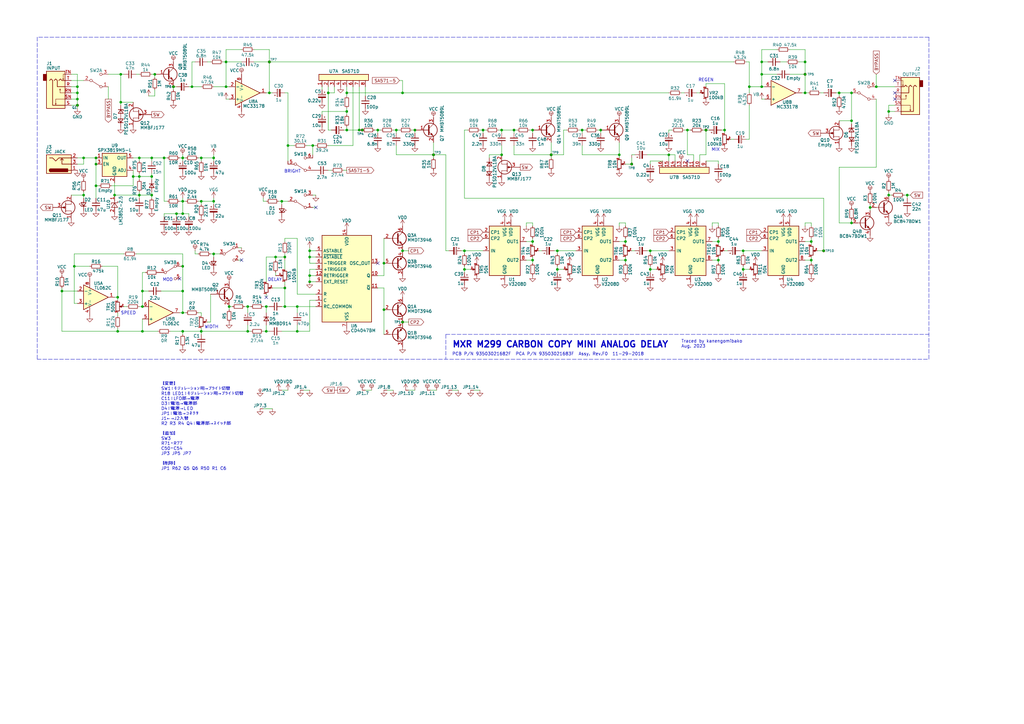
<source format=kicad_sch>
(kicad_sch (version 20230121) (generator eeschema)
  (paper "A3")
  (junction (at 312.42 35.56))
  (junction (at 109.22 125.73))
  (junction (at 190.5 102.87))
  (junction (at 127 102.87))
  (junction (at 198.12 53.34))
  (junction (at 297.18 53.34))
  (junction (at 332.74 106.68))
  (junction (at 344.17 38.1))
  (junction (at 307.34 35.56))
  (junction (at 256.54 106.68))
  (junction (at 312.42 30.48))
  (junction (at 74.93 82.55))
  (junction (at 356.87 85.09))
  (junction (at 48.26 121.92))
  (junction (at 238.76 53.34))
  (junction (at 142.24 45.72))
  (junction (at 210.82 53.34))
  (junction (at 226.06 63.5))
  (junction (at 157.48 107.95))
  (junction (at 177.8 63.5))
  (junction (at 259.08 67.31))
  (junction (at 205.74 63.5))
  (junction (at 312.42 25.4))
  (junction (at 110.49 38.1))
  (junction (at 62.23 64.77))
  (junction (at 93.98 125.73))
  (junction (at 165.1 102.87))
  (junction (at 82.55 64.77))
  (junction (at 364.49 45.72))
  (junction (at 289.56 53.34))
  (junction (at 62.23 72.39))
  (junction (at 134.62 38.1))
  (junction (at 57.15 72.39))
  (junction (at 71.12 35.56))
  (junction (at 228.6 102.87))
  (junction (at 31.75 35.56))
  (junction (at 142.24 53.34))
  (junction (at 74.93 64.77))
  (junction (at 170.18 53.34))
  (junction (at 148.59 53.34))
  (junction (at 34.29 80.01))
  (junction (at 109.22 135.89))
  (junction (at 304.8 102.87))
  (junction (at 92.71 25.4))
  (junction (at 330.2 30.48))
  (junction (at 332.74 99.06))
  (junction (at 31.75 43.18))
  (junction (at 127 105.41))
  (junction (at 78.74 35.56))
  (junction (at 266.7 110.49))
  (junction (at 304.8 110.49))
  (junction (at 87.63 64.77))
  (junction (at 72.39 87.63))
  (junction (at 39.37 76.2))
  (junction (at 349.25 38.1))
  (junction (at 54.61 72.39))
  (junction (at 359.41 35.56))
  (junction (at 162.56 53.34))
  (junction (at 121.92 135.89))
  (junction (at 31.75 40.64))
  (junction (at 110.49 25.4))
  (junction (at 101.6 135.89))
  (junction (at 92.71 35.56))
  (junction (at 349.25 91.44))
  (junction (at 31.75 38.1))
  (junction (at 337.82 102.87))
  (junction (at 165.1 132.08))
  (junction (at 57.15 64.77))
  (junction (at 49.53 30.48))
  (junction (at 128.27 59.69))
  (junction (at 254 63.5))
  (junction (at 87.63 82.55))
  (junction (at 218.44 106.68))
  (junction (at 74.93 87.63))
  (junction (at 218.44 53.34))
  (junction (at 246.38 53.34))
  (junction (at 113.03 105.41))
  (junction (at 82.55 135.89))
  (junction (at 218.44 99.06))
  (junction (at 118.11 59.69))
  (junction (at 62.23 80.01))
  (junction (at 349.25 49.53))
  (junction (at 330.2 25.4))
  (junction (at 101.6 125.73))
  (junction (at 281.94 53.34))
  (junction (at 274.32 63.5))
  (junction (at 74.93 128.27))
  (junction (at 256.54 99.06))
  (junction (at 63.5 30.48))
  (junction (at 115.57 82.55))
  (junction (at 87.63 104.14))
  (junction (at 74.93 109.22))
  (junction (at 127 115.57))
  (junction (at 294.64 99.06))
  (junction (at 330.2 38.1))
  (junction (at 116.84 118.11))
  (junction (at 154.94 53.34))
  (junction (at 82.55 82.55))
  (junction (at 157.48 127))
  (junction (at 30.48 109.22))
  (junction (at 58.42 135.89))
  (junction (at 372.11 80.01))
  (junction (at 116.84 125.73))
  (junction (at 49.53 41.91))
  (junction (at 142.24 38.1))
  (junction (at 39.37 67.31))
  (junction (at 147.32 53.34))
  (junction (at 48.26 135.89))
  (junction (at 74.93 119.38))
  (junction (at 127 113.03))
  (junction (at 165.1 38.1))
  (junction (at 57.15 80.01))
  (junction (at 364.49 80.01))
  (junction (at 34.29 64.77))
  (junction (at 266.7 102.87))
  (junction (at 116.84 105.41))
  (junction (at 25.4 119.38))
  (junction (at 294.64 106.68))
  (junction (at 205.74 53.34))
  (junction (at 121.92 125.73))
  (junction (at 190.5 110.49))
  (junction (at 39.37 64.77))
  (junction (at 58.42 119.38))
  (junction (at 74.93 135.89))
  (junction (at 58.42 125.73))
  (junction (at 67.31 64.77))
  (junction (at 46.99 80.01))
  (junction (at 228.6 110.49))
  (no_connect (at 73.66 114.3))
  (no_connect (at 281.94 66.04))
  (no_connect (at 109.22 121.92))
  (no_connect (at 129.54 85.09))
  (no_connect (at 367.03 33.02))
  (no_connect (at 367.03 40.64))
  (no_connect (at 99.06 106.68))
  (no_connect (at 367.03 38.1))
  (no_connect (at 154.94 107.95))
  (wire (pts (xy 81.28 64.77) (xy 82.55 64.77)))
  (wire (pts (xy 266.7 104.14) (xy 266.7 102.87)))
  (wire (pts (xy 46.99 74.93) (xy 46.99 80.01)))
  (wire (pts (xy 127 113.03) (xy 129.54 113.03)))
  (wire (pts (xy 279.4 38.1) (xy 280.67 38.1)))
  (wire (pts (xy 265.43 102.87) (xy 266.7 102.87)))
  (wire (pts (xy 49.53 30.48) (xy 50.8 30.48)))
  (wire (pts (xy 254 99.06) (xy 256.54 99.06)))
  (wire (pts (xy 254 63.5) (xy 254 64.77)))
  (wire (pts (xy 177.8 58.42) (xy 177.8 63.5)))
  (wire (pts (xy 330.2 99.06) (xy 332.74 99.06)))
  (wire (pts (xy 284.48 63.5) (xy 281.94 63.5)))
  (wire (pts (xy 50.8 125.73) (xy 52.07 125.73)))
  (wire (pts (xy 58.42 111.76) (xy 59.69 111.76)))
  (wire (pts (xy 57.15 71.12) (xy 57.15 72.39)))
  (wire (pts (xy 294.64 106.68) (xy 294.64 107.95)))
  (wire (pts (xy 281.94 53.34) (xy 283.21 53.34)))
  (wire (pts (xy 82.55 128.27) (xy 82.55 129.54)))
  (wire (pts (xy 29.21 80.01) (xy 34.29 80.01)))
  (wire (pts (xy 74.93 82.55) (xy 74.93 87.63)))
  (wire (pts (xy 110.49 20.32) (xy 110.49 25.4)))
  (wire (pts (xy 82.55 135.89) (xy 82.55 137.16)))
  (wire (pts (xy 34.29 78.74) (xy 34.29 80.01)))
  (wire (pts (xy 118.11 160.02) (xy 115.57 160.02)))
  (wire (pts (xy 121.92 133.35) (xy 121.92 135.89)))
  (wire (pts (xy 190.5 102.87) (xy 198.12 102.87)))
  (wire (pts (xy 39.37 76.2) (xy 39.37 81.28)))
  (wire (pts (xy 86.36 120.65) (xy 86.36 132.08)))
  (wire (pts (xy 77.47 35.56) (xy 78.74 35.56)))
  (wire (pts (xy 227.33 102.87) (xy 228.6 102.87)))
  (wire (pts (xy 82.55 134.62) (xy 82.55 135.89)))
  (wire (pts (xy 193.04 110.49) (xy 190.5 110.49)))
  (wire (pts (xy 165.1 132.08) (xy 167.64 132.08)))
  (wire (pts (xy 67.31 87.63) (xy 72.39 87.63)))
  (wire (pts (xy 74.93 64.77) (xy 74.93 66.04)))
  (wire (pts (xy 125.73 59.69) (xy 128.27 59.69)))
  (wire (pts (xy 344.17 91.44) (xy 349.25 91.44)))
  (wire (pts (xy 349.25 90.17) (xy 349.25 91.44)))
  (wire (pts (xy 332.74 99.06) (xy 332.74 100.33)))
  (wire (pts (xy 190.5 102.87) (xy 190.5 104.14)))
  (wire (pts (xy 330.2 92.71) (xy 330.2 91.44)))
  (wire (pts (xy 87.63 82.55) (xy 87.63 83.82)))
  (wire (pts (xy 154.94 113.03) (xy 157.48 113.03)))
  (wire (pts (xy 127 113.03) (xy 127 115.57)))
  (wire (pts (xy 344.17 38.1) (xy 349.25 38.1)))
  (wire (pts (xy 127 160.02) (xy 124.46 160.02)))
  (wire (pts (xy 101.6 135.89) (xy 101.6 133.35)))
  (wire (pts (xy 113.03 105.41) (xy 113.03 106.68)))
  (wire (pts (xy 82.55 64.77) (xy 82.55 66.04)))
  (wire (pts (xy 142.24 69.85) (xy 140.97 69.85)))
  (wire (pts (xy 30.48 109.22) (xy 30.48 104.14)))
  (wire (pts (xy 157.48 127) (xy 157.48 137.16)))
  (wire (pts (xy 74.93 135.89) (xy 82.55 135.89)))
  (wire (pts (xy 118.11 59.69) (xy 118.11 66.04)))
  (wire (pts (xy 147.32 35.56) (xy 147.32 53.34)))
  (wire (pts (xy 228.6 109.22) (xy 228.6 110.49)))
  (wire (pts (xy 74.93 104.14) (xy 74.93 109.22)))
  (wire (pts (xy 294.64 99.06) (xy 294.64 100.33)))
  (wire (pts (xy 34.29 64.77) (xy 34.29 67.31)))
  (wire (pts (xy 80.01 102.87) (xy 80.01 104.14)))
  (wire (pts (xy 162.56 53.34) (xy 163.83 53.34)))
  (wire (pts (xy 307.34 43.18) (xy 307.34 57.15)))
  (wire (pts (xy 128.27 59.69) (xy 129.54 59.69)))
  (wire (pts (xy 31.75 40.64) (xy 31.75 43.18)))
  (wire (pts (xy 147.32 53.34) (xy 142.24 53.34)))
  (wire (pts (xy 165.1 33.02) (xy 165.1 38.1)))
  (wire (pts (xy 157.48 107.95) (xy 157.48 113.03)))
  (wire (pts (xy 204.47 53.34) (xy 205.74 53.34)))
  (wire (pts (xy 220.98 102.87) (xy 222.25 102.87)))
  (wire (pts (xy 110.49 38.1) (xy 111.76 38.1)))
  (wire (pts (xy 87.63 81.28) (xy 87.63 82.55)))
  (wire (pts (xy 289.56 66.04) (xy 294.64 66.04)))
  (wire (pts (xy 80.01 104.14) (xy 81.28 104.14)))
  (wire (pts (xy 304.8 110.49) (xy 307.34 110.49)))
  (wire (pts (xy 29.21 33.02) (xy 34.29 33.02)))
  (wire (pts (xy 62.23 81.28) (xy 62.23 80.01)))
  (wire (pts (xy 218.44 53.34) (xy 218.44 54.61)))
  (wire (pts (xy 266.7 109.22) (xy 266.7 110.49)))
  (wire (pts (xy 332.74 106.68) (xy 332.74 107.95)))
  (wire (pts (xy 170.18 53.34) (xy 170.18 54.61)))
  (wire (pts (xy 48.26 121.92) (xy 48.26 109.22)))
  (wire (pts (xy 266.7 110.49) (xy 266.7 111.76)))
  (wire (pts (xy 67.31 64.77) (xy 67.31 82.55)))
  (wire (pts (xy 44.45 30.48) (xy 49.53 30.48)))
  (wire (pts (xy 266.7 66.04) (xy 271.78 66.04)))
  (wire (pts (xy 289.56 34.29) (xy 297.18 34.29)))
  (wire (pts (xy 162.56 59.69) (xy 162.56 63.5)))
  (wire (pts (xy 297.18 34.29) (xy 297.18 53.34)))
  (wire (pts (xy 99.06 106.68) (xy 97.79 106.68)))
  (wire (pts (xy 266.7 102.87) (xy 274.32 102.87)))
  (wire (pts (xy 198.12 53.34) (xy 199.39 53.34)))
  (wire (pts (xy 77.47 87.63) (xy 74.93 87.63)))
  (wire (pts (xy 266.7 110.49) (xy 269.24 110.49)))
  (wire (pts (xy 55.88 104.14) (xy 74.93 104.14)))
  (wire (pts (xy 294.64 92.71) (xy 294.64 91.44)))
  (wire (pts (xy 165.1 38.1) (xy 274.32 38.1)))
  (wire (pts (xy 115.57 82.55) (xy 118.11 82.55)))
  (wire (pts (xy 226.06 63.5) (xy 231.14 63.5)))
  (wire (pts (xy 265.43 63.5) (xy 274.32 63.5)))
  (wire (pts (xy 57.15 72.39) (xy 57.15 73.66)))
  (wire (pts (xy 190.5 110.49) (xy 190.5 111.76)))
  (wire (pts (xy 34.29 64.77) (xy 39.37 64.77)))
  (polyline (pts (xy 381 15.24) (xy 15.24 15.24)) (stroke (width 0) (type dash)))
  (wire (pts (xy 332.74 91.44) (xy 332.74 92.71)))
  (wire (pts (xy 31.75 38.1) (xy 31.75 40.64)))
  (wire (pts (xy 215.9 91.44) (xy 215.9 92.71)))
  (wire (pts (xy 304.8 110.49) (xy 304.8 111.76)))
  (wire (pts (xy 30.48 109.22) (xy 30.48 124.46)))
  (wire (pts (xy 87.63 64.77) (xy 87.63 66.04)))
  (wire (pts (xy 330.2 38.1) (xy 328.93 38.1)))
  (wire (pts (xy 62.23 72.39) (xy 62.23 73.66)))
  (wire (pts (xy 162.56 53.34) (xy 162.56 54.61)))
  (wire (pts (xy 82.55 82.55) (xy 82.55 83.82)))
  (wire (pts (xy 92.71 25.4) (xy 99.06 25.4)))
  (wire (pts (xy 292.1 91.44) (xy 292.1 92.71)))
  (wire (pts (xy 127 101.6) (xy 127 102.87)))
  (wire (pts (xy 228.6 102.87) (xy 228.6 104.14)))
  (wire (pts (xy 72.39 88.9) (xy 72.39 87.63)))
  (wire (pts (xy 245.11 53.34) (xy 246.38 53.34)))
  (wire (pts (xy 66.04 119.38) (xy 74.93 119.38)))
  (wire (pts (xy 86.36 104.14) (xy 87.63 104.14)))
  (wire (pts (xy 196.85 53.34) (xy 198.12 53.34)))
  (wire (pts (xy 198.12 53.34) (xy 198.12 54.61)))
  (wire (pts (xy 140.97 53.34) (xy 142.24 53.34)))
  (wire (pts (xy 93.98 125.73) (xy 95.25 125.73)))
  (wire (pts (xy 205.74 63.5) (xy 200.66 63.5)))
  (wire (pts (xy 254 106.68) (xy 256.54 106.68)))
  (wire (pts (xy 137.16 35.56) (xy 137.16 38.1)))
  (wire (pts (xy 128.27 63.5) (xy 128.27 59.69)))
  (wire (pts (xy 288.29 53.34) (xy 289.56 53.34)))
  (wire (pts (xy 284.48 63.5) (xy 284.48 66.04)))
  (wire (pts (xy 312.42 40.64) (xy 313.69 40.64)))
  (wire (pts (xy 30.48 124.46) (xy 31.75 124.46)))
  (wire (pts (xy 256.54 105.41) (xy 256.54 106.68)))
  (wire (pts (xy 359.41 30.48) (xy 359.41 35.56)))
  (wire (pts (xy 67.31 88.9) (xy 67.31 87.63)))
  (wire (pts (xy 289.56 35.56) (xy 289.56 34.29)))
  (wire (pts (xy 58.42 119.38) (xy 60.96 119.38)))
  (wire (pts (xy 218.44 97.79) (xy 218.44 99.06)))
  (wire (pts (xy 232.41 53.34) (xy 231.14 53.34)))
  (wire (pts (xy 115.57 125.73) (xy 116.84 125.73)))
  (wire (pts (xy 109.22 82.55) (xy 107.95 82.55)))
  (wire (pts (xy 57.15 64.77) (xy 62.23 64.77)))
  (wire (pts (xy 74.93 109.22) (xy 74.93 119.38)))
  (wire (pts (xy 109.22 133.35) (xy 109.22 135.89)))
  (polyline (pts (xy 381 15.24) (xy 381 147.32)) (stroke (width 0) (type dash)))
  (wire (pts (xy 154.94 53.34) (xy 154.94 54.61)))
  (wire (pts (xy 78.74 25.4) (xy 78.74 35.56)))
  (wire (pts (xy 104.14 25.4) (xy 110.49 25.4)))
  (wire (pts (xy 81.28 128.27) (xy 82.55 128.27)))
  (wire (pts (xy 129.54 110.49) (xy 127 110.49)))
  (wire (pts (xy 142.24 52.07) (xy 142.24 53.34)))
  (wire (pts (xy 312.42 20.32) (xy 312.42 25.4)))
  (wire (pts (xy 74.93 119.38) (xy 74.93 128.27)))
  (wire (pts (xy 116.84 125.73) (xy 121.92 125.73)))
  (wire (pts (xy 29.21 43.18) (xy 31.75 43.18)))
  (wire (pts (xy 87.63 104.14) (xy 90.17 104.14)))
  (wire (pts (xy 34.29 67.31) (xy 31.75 67.31)))
  (wire (pts (xy 107.95 81.28) (xy 107.95 82.55)))
  (wire (pts (xy 116.84 97.79) (xy 116.84 99.06)))
  (wire (pts (xy 349.25 38.1) (xy 349.25 49.53)))
  (wire (pts (xy 218.44 99.06) (xy 218.44 100.33)))
  (wire (pts (xy 210.82 53.34) (xy 210.82 54.61)))
  (wire (pts (xy 57.15 78.74) (xy 57.15 80.01)))
  (wire (pts (xy 226.06 58.42) (xy 226.06 63.5)))
  (wire (pts (xy 149.86 39.37) (xy 149.86 35.56)))
  (wire (pts (xy 127 105.41) (xy 127 107.95)))
  (wire (pts (xy 335.28 102.87) (xy 337.82 102.87)))
  (wire (pts (xy 312.42 35.56) (xy 313.69 35.56)))
  (wire (pts (xy 218.44 106.68) (xy 218.44 107.95)))
  (polyline (pts (xy 182.88 137.16) (xy 182.88 147.32)) (stroke (width 0) (type dash)))
  (wire (pts (xy 356.87 86.36) (xy 356.87 85.09)))
  (wire (pts (xy 58.42 130.81) (xy 58.42 135.89)))
  (wire (pts (xy 330.2 91.44) (xy 332.74 91.44)))
  (wire (pts (xy 356.87 83.82) (xy 356.87 85.09)))
  (wire (pts (xy 191.77 53.34) (xy 190.5 53.34)))
  (wire (pts (xy 101.6 125.73) (xy 102.87 125.73)))
  (wire (pts (xy 114.3 82.55) (xy 115.57 82.55)))
  (wire (pts (xy 165.1 102.87) (xy 167.64 102.87)))
  (wire (pts (xy 115.57 135.89) (xy 121.92 135.89)))
  (wire (pts (xy 134.62 38.1) (xy 137.16 38.1)))
  (wire (pts (xy 330.2 38.1) (xy 331.47 38.1)))
  (wire (pts (xy 327.66 25.4) (xy 330.2 25.4)))
  (wire (pts (xy 58.42 111.76) (xy 58.42 119.38)))
  (wire (pts (xy 336.55 38.1) (xy 337.82 38.1)))
  (wire (pts (xy 163.83 33.02) (xy 165.1 33.02)))
  (wire (pts (xy 110.49 25.4) (xy 300.99 25.4)))
  (wire (pts (xy 157.48 97.79) (xy 157.48 107.95)))
  (wire (pts (xy 349.25 49.53) (xy 344.17 49.53)))
  (wire (pts (xy 39.37 64.77) (xy 39.37 67.31)))
  (wire (pts (xy 304.8 102.87) (xy 312.42 102.87)))
  (wire (pts (xy 215.9 106.68) (xy 218.44 106.68)))
  (wire (pts (xy 190.5 109.22) (xy 190.5 110.49)))
  (wire (pts (xy 29.21 30.48) (xy 31.75 30.48)))
  (wire (pts (xy 323.85 30.48) (xy 330.2 30.48)))
  (wire (pts (xy 132.08 45.72) (xy 142.24 45.72)))
  (wire (pts (xy 132.08 35.56) (xy 132.08 36.83)))
  (wire (pts (xy 31.75 35.56) (xy 31.75 38.1)))
  (wire (pts (xy 304.8 109.22) (xy 304.8 110.49)))
  (wire (pts (xy 367.03 43.18) (xy 364.49 43.18)))
  (wire (pts (xy 74.93 63.5) (xy 74.93 64.77)))
  (wire (pts (xy 92.71 40.64) (xy 93.98 40.64)))
  (wire (pts (xy 218.44 92.71) (xy 218.44 91.44)))
  (wire (pts (xy 129.54 123.19) (xy 127 123.19)))
  (wire (pts (xy 48.26 128.27) (xy 48.26 129.54)))
  (wire (pts (xy 281.94 53.34) (xy 280.67 53.34)))
  (wire (pts (xy 116.84 106.68) (xy 116.84 110.49)))
  (wire (pts (xy 109.22 125.73) (xy 109.22 128.27)))
  (wire (pts (xy 54.61 72.39) (xy 54.61 76.2)))
  (wire (pts (xy 312.42 20.32) (xy 318.77 20.32)))
  (wire (pts (xy 205.74 53.34) (xy 210.82 53.34)))
  (wire (pts (xy 274.32 63.5) (xy 274.32 66.04)))
  (wire (pts (xy 364.49 45.72) (xy 364.49 46.99)))
  (wire (pts (xy 342.9 38.1) (xy 344.17 38.1)))
  (wire (pts (xy 62.23 71.12) (xy 62.23 72.39)))
  (wire (pts (xy 246.38 53.34) (xy 246.38 54.61)))
  (wire (pts (xy 304.8 102.87) (xy 304.8 104.14)))
  (wire (pts (xy 294.64 91.44) (xy 292.1 91.44)))
  (wire (pts (xy 152.4 160.02) (xy 149.86 160.02)))
  (wire (pts (xy 60.96 39.37) (xy 63.5 39.37)))
  (wire (pts (xy 72.39 87.63) (xy 74.93 87.63)))
  (wire (pts (xy 48.26 121.92) (xy 48.26 123.19)))
  (wire (pts (xy 40.64 76.2) (xy 39.37 76.2)))
  (wire (pts (xy 238.76 63.5) (xy 254 63.5)))
  (wire (pts (xy 344.17 68.58) (xy 344.17 91.44)))
  (wire (pts (xy 110.49 25.4) (xy 110.49 38.1)))
  (wire (pts (xy 170.18 160.02) (xy 167.64 160.02)))
  (wire (pts (xy 259.08 102.87) (xy 260.35 102.87)))
  (wire (pts (xy 170.18 53.34) (xy 168.91 53.34)))
  (wire (pts (xy 238.76 59.69) (xy 238.76 63.5)))
  (wire (pts (xy 359.41 35.56) (xy 367.03 35.56)))
  (wire (pts (xy 100.33 125.73) (xy 101.6 125.73)))
  (wire (pts (xy 294.64 66.04) (xy 294.64 67.31)))
  (wire (pts (xy 109.22 105.41) (xy 113.03 105.41)))
  (wire (pts (xy 210.82 63.5) (xy 226.06 63.5)))
  (wire (pts (xy 215.9 99.06) (xy 218.44 99.06)))
  (wire (pts (xy 77.47 87.63) (xy 77.47 88.9)))
  (wire (pts (xy 68.58 64.77) (xy 67.31 64.77)))
  (wire (pts (xy 25.4 135.89) (xy 48.26 135.89)))
  (wire (pts (xy 297.18 53.34) (xy 297.18 54.61)))
  (wire (pts (xy 190.5 81.28) (xy 337.82 81.28)))
  (wire (pts (xy 57.15 125.73) (xy 58.42 125.73)))
  (wire (pts (xy 57.15 64.77) (xy 57.15 66.04)))
  (wire (pts (xy 161.29 160.02) (xy 158.75 160.02)))
  (wire (pts (xy 364.49 80.01) (xy 365.76 80.01)))
  (wire (pts (xy 142.24 38.1) (xy 165.1 38.1)))
  (wire (pts (xy 58.42 135.89) (xy 64.77 135.89)))
  (wire (pts (xy 54.61 72.39) (xy 54.61 69.85)))
  (polyline (pts (xy 15.24 147.32) (xy 381 147.32)) (stroke (width 0) (type dash)))
  (wire (pts (xy 49.53 41.91) (xy 54.61 41.91)))
  (wire (pts (xy 142.24 35.56) (xy 142.24 38.1)))
  (wire (pts (xy 54.61 72.39) (xy 57.15 72.39)))
  (wire (pts (xy 129.54 107.95) (xy 127 107.95)))
  (wire (pts (xy 349.25 49.53) (xy 349.25 50.8)))
  (wire (pts (xy 57.15 80.01) (xy 57.15 81.28)))
  (wire (pts (xy 99.06 20.32) (xy 92.71 20.32)))
  (wire (pts (xy 97.79 101.6) (xy 99.06 101.6)))
  (wire (pts (xy 312.42 30.48) (xy 318.77 30.48)))
  (wire (pts (xy 153.67 53.34) (xy 154.94 53.34)))
  (wire (pts (xy 69.85 135.89) (xy 74.93 135.89)))
  (wire (pts (xy 44.45 40.64) (xy 44.45 35.56)))
  (wire (pts (xy 31.75 30.48) (xy 31.75 35.56)))
  (wire (pts (xy 71.12 35.56) (xy 71.12 36.83)))
  (wire (pts (xy 109.22 38.1) (xy 110.49 38.1)))
  (wire (pts (xy 104.14 20.32) (xy 110.49 20.32)))
  (wire (pts (xy 330.2 20.32) (xy 330.2 25.4)))
  (wire (pts (xy 177.8 63.5) (xy 177.8 64.77)))
  (wire (pts (xy 256.54 99.06) (xy 256.54 100.33)))
  (wire (pts (xy 254 92.71) (xy 254 91.44)))
  (wire (pts (xy 231.14 53.34) (xy 231.14 63.5)))
  (wire (pts (xy 101.6 128.27) (xy 101.6 125.73)))
  (wire (pts (xy 128.27 80.01) (xy 129.54 80.01)))
  (wire (pts (xy 127 115.57) (xy 129.54 115.57)))
  (wire (pts (xy 266.7 67.31) (xy 266.7 66.04)))
  (wire (pts (xy 82.55 64.77) (xy 87.63 64.77)))
  (wire (pts (xy 210.82 59.69) (xy 210.82 63.5)))
  (wire (pts (xy 154.94 53.34) (xy 156.21 53.34)))
  (wire (pts (xy 109.22 135.89) (xy 110.49 135.89)))
  (wire (pts (xy 161.29 53.34) (xy 162.56 53.34)))
  (wire (pts (xy 254 58.42) (xy 254 63.5)))
  (wire (pts (xy 292.1 106.68) (xy 294.64 106.68)))
  (wire (pts (xy 118.11 38.1) (xy 118.11 59.69)))
  (wire (pts (xy 312.42 25.4) (xy 312.42 30.48)))
  (wire (pts (xy 109.22 121.92) (xy 109.22 120.65)))
  (wire (pts (xy 48.26 135.89) (xy 48.26 134.62)))
  (wire (pts (xy 312.42 30.48) (xy 312.42 35.56)))
  (wire (pts (xy 29.21 38.1) (xy 31.75 38.1)))
  (wire (pts (xy 115.57 82.55) (xy 115.57 83.82)))
  (wire (pts (xy 78.74 25.4) (xy 80.01 25.4)))
  (wire (pts (xy 74.93 135.89) (xy 74.93 137.16)))
  (wire (pts (xy 196.85 160.02) (xy 194.31 160.02)))
  (wire (pts (xy 332.74 97.79) (xy 332.74 99.06)))
  (wire (pts (xy 281.94 53.34) (xy 281.94 63.5)))
  (wire (pts (xy 101.6 135.89) (xy 102.87 135.89)))
  (wire (pts (xy 49.53 43.18) (xy 49.53 41.91)))
  (wire (pts (xy 78.74 35.56) (xy 82.55 35.56)))
  (wire (pts (xy 67.31 82.55) (xy 68.58 82.55)))
  (wire (pts (xy 285.75 38.1) (xy 287.02 38.1)))
  (wire (pts (xy 74.93 64.77) (xy 76.2 64.77)))
  (wire (pts (xy 82.55 82.55) (xy 87.63 82.55)))
  (wire (pts (xy 48.26 121.92) (xy 46.99 121.92)))
  (wire (pts (xy 182.88 63.5) (xy 182.88 102.87)))
  (wire (pts (xy 36.83 109.22) (xy 30.48 109.22)))
  (wire (pts (xy 127 105.41) (xy 129.54 105.41)))
  (wire (pts (xy 179.07 160.02) (xy 176.53 160.02)))
  (wire (pts (xy 359.41 40.64) (xy 359.41 68.58)))
  (wire (pts (xy 332.74 105.41) (xy 332.74 106.68)))
  (wire (pts (xy 135.89 69.85) (xy 134.62 69.85)))
  (wire (pts (xy 74.93 82.55) (xy 73.66 82.55)))
  (wire (pts (xy 217.17 53.34) (xy 218.44 53.34)))
  (wire (pts (xy 238.76 53.34) (xy 238.76 54.61)))
  (wire (pts (xy 92.71 35.56) (xy 93.98 35.56)))
  (wire (pts (xy 129.54 125.73) (xy 121.92 125.73)))
  (wire (pts (xy 121.92 135.89) (xy 127 135.89)))
  (wire (pts (xy 303.53 102.87) (xy 304.8 102.87)))
  (wire (pts (xy 372.11 80.01) (xy 373.38 80.01)))
  (wire (pts (xy 107.95 125.73) (xy 109.22 125.73)))
  (wire (pts (xy 289.56 53.34) (xy 290.83 53.34)))
  (wire (pts (xy 256.54 67.31) (xy 259.08 67.31)))
  (wire (pts (xy 274.32 53.34) (xy 275.59 53.34)))
  (wire (pts (xy 87.63 63.5) (xy 87.63 64.77)))
  (wire (pts (xy 109.22 105.41) (xy 109.22 115.57)))
  (wire (pts (xy 294.64 105.41) (xy 294.64 106.68)))
  (wire (pts (xy 55.88 30.48) (xy 57.15 30.48)))
  (wire (pts (xy 289.56 63.5) (xy 287.02 63.5)))
  (wire (pts (xy 86.36 132.08) (xy 85.09 132.08)))
  (wire (pts (xy 144.78 59.69) (xy 144.78 35.56)))
  (wire (pts (xy 118.11 59.69) (xy 120.65 59.69)))
  (wire (pts (xy 314.96 25.4) (xy 312.42 25.4)))
  (wire (pts (xy 34.29 80.01) (xy 34.29 81.28)))
  (wire (pts (xy 218.44 105.41) (xy 218.44 106.68)))
  (wire (pts (xy 344.17 38.1) (xy 344.17 39.37)))
  (wire (pts (xy 121.92 120.65) (xy 129.54 120.65)))
  (wire (pts (xy 177.8 63.5) (xy 182.88 63.5)))
  (wire (pts (xy 31.75 64.77) (xy 34.29 64.77)))
  (wire (pts (xy 121.92 125.73) (xy 121.92 128.27)))
  (wire (pts (xy 190.5 53.34) (xy 190.5 81.28)))
  (wire (pts (xy 292.1 99.06) (xy 294.64 99.06)))
  (wire (pts (xy 157.48 118.11) (xy 157.48 127)))
  (wire (pts (xy 215.9 91.44) (xy 218.44 91.44)))
  (wire (pts (xy 48.26 135.89) (xy 58.42 135.89)))
  (wire (pts (xy 187.96 160.02) (xy 185.42 160.02)))
  (wire (pts (xy 134.62 35.56) (xy 134.62 38.1)))
  (wire (pts (xy 31.75 43.18) (xy 31.75 44.45)))
  (wire (pts (xy 41.91 109.22) (xy 48.26 109.22)))
  (wire (pts (xy 132.08 45.72) (xy 132.08 46.99)))
  (wire (pts (xy 62.23 64.77) (xy 67.31 64.77)))
  (wire (pts (xy 63.5 30.48) (xy 63.5 31.75)))
  (wire (pts (xy 134.62 53.34) (xy 135.89 53.34)))
  (wire (pts (xy 121.92 97.79) (xy 121.92 120.65)))
  (wire (pts (xy 364.49 43.18) (xy 364.49 45.72)))
  (wire (pts (xy 127 102.87) (xy 127 105.41)))
  (wire (pts (xy 289.56 53.34) (xy 289.56 63.5)))
  (wire (pts (xy 93.98 125.73) (xy 93.98 127)))
  (wire (pts (xy 297.18 102.87) (xy 298.45 102.87)))
  (wire (pts (xy 189.23 102.87) (xy 190.5 102.87)))
  (wire (pts (xy 49.53 30.48) (xy 49.53 41.91)))
  (wire (pts (xy 142.24 45.72) (xy 142.24 44.45)))
  (wire (pts (xy 113.03 105.41) (xy 116.84 105.41)))
  (wire (pts (xy 111.76 118.11) (xy 116.84 118.11)))
  (wire (pts (xy 142.24 45.72) (xy 142.24 46.99)))
  (wire (pts (xy 226.06 63.5) (xy 226.06 64.77)))
  (wire (pts (xy 57.15 80.01) (xy 62.23 80.01)))
  (wire (pts (xy 74.93 128.27) (xy 76.2 128.27)))
  (wire (pts (xy 116.84 104.14) (xy 116.84 105.41)))
  (wire (pts (xy 372.11 80.01) (xy 372.11 81.28)))
  (wire (pts (xy 57.15 72.39) (xy 62.23 72.39)))
  (wire (pts (xy 274.32 63.5) (xy 276.86 63.5)))
  (wire (pts (xy 231.14 110.49) (xy 228.6 110.49)))
  (wire (pts (xy 237.49 53.34) (xy 238.76 53.34)))
  (wire (pts (xy 276.86 63.5) (xy 276.86 66.04)))
  (wire (pts (xy 92.71 25.4) (xy 92.71 35.56)))
  (wire (pts (xy 205.74 53.34) (xy 205.74 54.61)))
  (wire (pts (xy 205.74 63.5) (xy 205.74 59.69)))
  (wire (pts (xy 127 123.19) (xy 127 135.89)))
  (polyline (pts (xy 15.24 15.24) (xy 15.24 147.32)) (stroke (width 0) (type dash)))
  (wire (pts (xy 330.2 106.68) (xy 332.74 106.68)))
  (wire (pts (xy 228.6 102.87) (xy 236.22 102.87)))
  (wire (pts (xy 256.54 106.68) (xy 256.54 107.95)))
  (wire (pts (xy 25.4 118.11) (xy 25.4 119.38)))
  (wire (pts (xy 128.27 85.09) (xy 129.54 85.09)))
  (wire (pts (xy 73.66 64.77) (xy 74.93 64.77)))
  (wire (pts (xy 82.55 135.89) (xy 101.6 135.89)))
  (wire (pts (xy 134.62 59.69) (xy 144.78 59.69)))
  (wire (pts (xy 118.11 38.1) (xy 116.84 38.1)))
  (wire (pts (xy 238.76 53.34) (xy 240.03 53.34)))
  (wire (pts (xy 297.18 53.34) (xy 295.91 53.34)))
  (wire (pts (xy 30.48 104.14) (xy 50.8 104.14)))
  (wire (pts (xy 307.34 35.56) (xy 312.42 35.56)))
  (wire (pts (xy 71.12 35.56) (xy 72.39 35.56)))
  (wire (pts (xy 364.49 45.72) (xy 367.03 45.72)))
  (wire (pts (xy 111.76 167.64) (xy 107.95 167.64)))
  (wire (pts (xy 200.66 63.5) (xy 200.66 64.77)))
  (wire (pts (xy 110.49 125.73) (xy 109.22 125.73)))
  (wire (pts (xy 74.93 82.55) (xy 76.2 82.55)))
  (polyline (pts (xy 182.88 137.16) (xy 381 137.16)) (stroke (width 0) (type dash)))
  (wire (pts (xy 92.71 20.32) (xy 92.71 25.4)))
  (wire (pts (xy 63.5 30.48) (xy 62.23 30.48)))
  (wire (pts (xy 210.82 53.34) (xy 212.09 53.34)))
  (wire (pts (xy 337.82 102.87) (xy 337.82 81.28)))
  (wire (pts (xy 58.42 119.38) (xy 58.42 125.73)))
  (wire (pts (xy 127 102.87) (xy 129.54 102.87)))
  (wire (pts (xy 63.5 36.83) (xy 63.5 39.37)))
  (wire (pts (xy 330.2 25.4) (xy 330.2 30.48)))
  (wire (pts (xy 142.24 38.1) (xy 142.24 39.37)))
  (wire (pts (xy 256.54 97.79) (xy 256.54 99.06)))
  (wire (pts (xy 294.64 97.79) (xy 294.64 99.06)))
  (wire (pts (xy 62.23 64.77) (xy 62.23 66.04)))
  (wire (pts (xy 87.63 104.14) (xy 87.63 105.41)))
  (wire (pts (xy 259.08 63.5) (xy 260.35 63.5)))
  (wire (pts (xy 62.23 78.74) (xy 62.23 80.01)))
  (wire (pts (xy 134.62 38.1) (xy 134.62 53.34)))
  (wire (pts (xy 364.49 78.74) (xy 364.49 80.01)))
  (wire (pts (xy 330.2 30.48) (xy 330.2 38.1)))
  (wire (pts (xy 320.04 25.4) (xy 322.58 25.4)))
  (wire (pts (xy 29.21 35.56) (xy 31.75 35.56)))
  (wire (pts (xy 73.66 128.27) (xy 74.93 128.27)))
  (wire (pts (xy 162.56 63.5) (xy 177.8 63.5)))
  (wire (pts (xy 299.72 57.15) (xy 300.99 57.15)))
  (wire (pts (xy 256.54 91.44) (xy 256.54 92.71)))
  (wire (pts (xy 259.08 64.77) (xy 259.08 67.31)))
  (wire (pts (xy 154.94 118.11) (xy 157.48 118.11)))
  (wire (pts (xy 127 110.49) (xy 127 113.03)))
  (wire (pts (xy 116.84 118.11) (xy 116.84 125.73)))
  (wire (pts (xy 228.6 110.49) (xy 228.6 111.76)))
  (wire (pts (xy 307.34 57.15) (xy 306.07 57.15)))
  (wire (pts (xy 323.85 20.32) (xy 330.2 20.32)))
  (wire (pts (xy 182.88 102.87) (xy 184.15 102.87)))
  (wire (pts (xy 46.99 80.01) (xy 57.15 80.01)))
  (wire (pts (xy 116.84 115.57) (xy 116.84 116.84)))
  (wire (pts (xy 54.61 64.77) (xy 57.15 64.77)))
  (wire (pts (xy 85.09 25.4) (xy 86.36 25.4)))
  (wire (pts (xy 54.61 76.2) (xy 45.72 76.2)))
  (wire (pts (xy 307.34 35.56) (xy 307.34 25.4)))
  (wire (pts (xy 25.4 135.89) (xy 25.4 119.38)))
  (wire (pts (xy 87.63 35.56) (xy 92.71 35.56)))
  (wire (pts (xy 81.28 82.55) (xy 82.55 82.55)))
  (wire (pts (xy 107.95 135.89) (xy 109.22 135.89)))
  (wire (pts (xy 370.84 80.01) (xy 372.11 80.01)))
  (wire (pts (xy 307.34 38.1) (xy 307.34 35.56)))
  (wire (pts (xy 274.32 53.34) (xy 274.32 54.61)))
  (wire (pts (xy 254 91.44) (xy 256.54 91.44)))
  (wire (pts (xy 307.34 25.4) (xy 306.07 25.4)))
  (wire (pts (xy 29.21 40.64) (xy 31.75 40.64)))
  (wire (pts (xy 39.37 67.31) (xy 39.37 76.2)))
  (wire (pts (xy 25.4 119.38) (xy 31.75 119.38)))
  (wire (pts (xy 359.41 68.58) (xy 344.17 68.58)))
  (wire (pts (xy 113.03 111.76) (xy 113.03 113.03)))
  (wire (pts (xy 116.84 97.79) (xy 121.92 97.79)))
  (wire (pts (xy 74.93 81.28) (xy 74.93 82.55)))
  (wire (pts (xy 91.44 25.4) (xy 92.71 25.4)))
  (wire (pts (xy 287.02 63.5) (xy 287.02 66.04)))
  (text "SPEED" (at 49.53 129.2225 0) (effects (font (size 1.27 1.27)) (justify left bottom)))
  (text "REGEN" (at 286.385 33.655 0) (effects (font (size 1.27 1.27)) (justify left bottom)))
  (text "MXR M299 CARBON COPY MINI ANALOG DELAY" (at 185.42 142.875 0) (effects (font (size 2.54 2.54) (thickness 0.508) bold) (justify left bottom)))
  (text "MIX" (at 291.7825 62.23 0) (effects (font (size 1.27 1.27)) (justify left bottom)))
  (text "【変更】\nSW1：モジュレーション用→ブライト切替\nR18 LED1：モジュレーション用→ブライト切替\nC11：LFO部→電源\nD3：電池→電源部\nD4：電源→ＬＥＤ\nJP1：電池→コネクタ\nJ1←→J2入替\nR2 R3 R4 Q4：電源部→スイッチ部\n\n【追加】\nSW3\nR71～R77\nC50～C54\nJP3 JP5 JP7\n\n【削除】\nJP1 R62 Q5 Q6 R50 R1 C6" (at 66.04 193.04 0) (effects (font (size 1.27 1.27)) (justify left bottom)))
  (text "DELAY" (at 109.855 115.57 0) (effects (font (size 1.27 1.27)) (justify left bottom)))
  (text "BRIGHT\n" (at 116.5225 71.12 0) (effects (font (size 1.27 1.27)) (justify left bottom)))
  (text "MOD\n" (at 66.675 115.57 0) (effects (font (size 1.27 1.27)) (justify left bottom)))
  (text "Traced by kanengomibako\nAug. 2023" (at 279.4 142.875 0) (effects (font (size 1.27 1.27)) (justify left bottom)))
  (text "PCB P/N 93503021682F  PCA P/N 93503021683F  Assy. Rev.F0  11-29-2018  \n" (at 185.42 146.05 0) (effects (font (size 1.27 1.27)) (justify left bottom)))
  (text "WIDTH\n" (at 83.82 134.9375 0) (effects (font (size 1.27 1.27)) (justify left bottom)))
  (global_label "CP2" (shape input) (at 236.22 97.79 180) (property "Intersheetrefs" "${INTERSHEET_REFS}" (effects hide)))
  (global_label "CP2" (shape output) (at 167.64 132.08 0) (property "Intersheetrefs" "${INTERSHEET_REFS}" (effects hide)))
  (global_label "CP1" (shape input) (at 236.22 95.25 180) (property "Intersheetrefs" "${INTERSHEET_REFS}" (effects hide)))
  (global_label "CP1" (shape input) (at 198.12 95.25 180) (property "Intersheetrefs" "${INTERSHEET_REFS}" (effects hide)))
  (global_label "SW" (shape output) (at 137.16 160.02 180) (property "Intersheetrefs" "${INTERSHEET_REFS}" (effects hide)))
  (global_label "CP2" (shape input) (at 274.32 97.79 180) (property "Intersheetrefs" "${INTERSHEET_REFS}" (effects hide)))
  (global_label "BYPASS" (shape input) (at 359.41 30.48 90) (property "Intersheetrefs" "${INTERSHEET_REFS}" (effects hide)))
  (global_label "CP1" (shape input) (at 274.32 95.25 180) (property "Intersheetrefs" "${INTERSHEET_REFS}" (effects hide)))
  (global_label "CP2" (shape input) (at 312.42 97.79 180) (property "Intersheetrefs" "${INTERSHEET_REFS}" (effects hide)))
  (global_label "SW" (shape output) (at 62.23 46.99 0) (property "Intersheetrefs" "${INTERSHEET_REFS}" (effects hide)))
  (global_label "SA571-5" (shape input) (at 163.83 33.02 180) (property "Intersheetrefs" "${INTERSHEET_REFS}" (effects hide)))
  (global_label "CP1" (shape input) (at 312.42 95.25 180) (property "Intersheetrefs" "${INTERSHEET_REFS}" (effects hide)))
  (global_label "SW" (shape output) (at 138.43 160.02 0) (property "Intersheetrefs" "${INTERSHEET_REFS}" (effects hide)))
  (global_label "SW" (shape input) (at 373.38 80.01 0) (property "Intersheetrefs" "${INTERSHEET_REFS}" (effects hide)))
  (global_label "SW" (shape output) (at 336.55 54.61 180) (property "Intersheetrefs" "${INTERSHEET_REFS}" (effects hide)))
  (global_label "SA571-5" (shape output) (at 142.24 69.85 0) (property "Intersheetrefs" "${INTERSHEET_REFS}" (effects hide)))
  (global_label "BYPASS" (shape output) (at 44.45 40.64 270) (property "Intersheetrefs" "${INTERSHEET_REFS}" (effects hide)))
  (global_label "SW" (shape output) (at 21.59 85.09 180) (property "Intersheetrefs" "${INTERSHEET_REFS}" (effects hide)))
  (global_label "CP1" (shape output) (at 167.64 102.87 0) (property "Intersheetrefs" "${INTERSHEET_REFS}" (effects hide)))
  (global_label "CP2" (shape input) (at 198.12 97.79 180) (property "Intersheetrefs" "${INTERSHEET_REFS}" (effects hide)))
  (global_label "SW" (shape output) (at 213.36 68.58 0) (property "Intersheetrefs" "${INTERSHEET_REFS}" (effects hide)))
  (symbol (lib_id "myLib:VCC") (at 364.49 73.66 0) (unit 1)
    (property "Reference" "#PWR015" (effects hide))
    (property "Value" "VCC" (at 364.49 70.104 0))
  )
  (symbol (lib_id "power:GND") (at 218.44 59.69 0) (unit 1)
    (property "Reference" "#PWR090" (effects hide))
    (property "Value" "GND" (effects hide))
  )
  (symbol (lib_id "power:GND") (at 274.32 59.69 0) (unit 1)
    (property "Reference" "#PWR096" (effects hide))
    (property "Value" "GND" (effects hide))
  )
  (symbol (lib_id "Device:R_Small") (at 234.95 53.34 90) (unit 1)
    (property "Reference" "R53" (at 234.95 49.53 90))
    (property "Value" "10k" (at 234.95 51.435 90))
    (property "Footprint" "Resistor_SMD:R_0603_1608Metric" (effects hide))
  )
  (symbol (lib_id "Device:C_Polarized_Small") (at 87.63 86.36 0) (unit 1)
    (property "Reference" "C2" (at 87.9475 84.455 0) (effects (justify left)))
    (property "Value" "22u" (at 88.265 88.5825 0) (effects (justify left)))
    (property "Footprint" "Capacitor_SMD:CP_Elec_5x5.3" (effects hide))
  )
  (symbol (lib_id "Device:R_Small") (at 218.44 110.49 180) (unit 1)
    (property "Reference" "R22" (at 216.535 110.49 90))
    (property "Value" "100k" (at 220.345 110.49 90))
    (property "Footprint" "Resistor_SMD:R_0603_1608Metric" (effects hide))
  )
  (symbol (lib_id "power:GND") (at 254 69.85 0) (unit 1)
    (property "Reference" "#PWR093" (effects hide))
    (property "Value" "GND" (effects hide))
  )
  (symbol (lib_id "Device:R_Small") (at 39.37 109.22 270) (mirror x) (unit 1)
    (property "Reference" "R16" (at 39.37 107.315 90))
    (property "Value" "475k" (at 40.3225 111.125 90))
    (property "Footprint" "Resistor_SMD:R_0603_1608Metric" (effects hide))
  )
  (symbol (lib_id "Device:C_Small") (at 205.74 57.15 0) (unit 1)
    (property "Reference" "C49" (at 203.5175 55.5625 0))
    (property "Value" "330n" (at 203.2 59.055 0))
    (property "Footprint" "Capacitor_SMD:C_0805_2012Metric_Pad1.18x1.45mm_HandSolder" (effects hide))
  )
  (symbol (lib_id "power:VDD") (at 74.93 81.28 0) (unit 1)
    (property "Reference" "#PWR066" (effects hide))
    (property "Value" "VDD" (at 74.93 77.7875 0))
  )
  (symbol (lib_id "myLib:BL3208") (at 321.31 102.87 0) (unit 1)
    (property "Reference" "U4" (at 322.58 114.6175 0) (effects (justify left)))
    (property "Value" "V3208D" (at 322.58 116.5225 0) (effects (justify left)))
    (property "Footprint" "Package_DIP:DIP-8_W7.62mm" (effects hide))
  )
  (symbol (lib_id "Device:R_Small") (at 71.12 82.55 270) (unit 1)
    (property "Reference" "R61" (at 71.12 80.645 90))
    (property "Value" "10R" (at 71.12 84.455 90))
    (property "Footprint" "Resistor_SMD:R_0603_1608Metric" (effects hide))
  )
  (symbol (lib_id "Device:D_Small") (at 62.23 76.2 90) (mirror x) (unit 1)
    (property "Reference" "D3" (at 60.96 80.01 0) (effects (justify right)))
    (property "Value" "Empty" (at 64.135 79.0575 0) (effects (justify right)))
    (property "Footprint" "Diode_SMD:D_0603_1608Metric_Pad1.05x0.95mm_HandSolder" (effects hide))
    (property "Sim.Device" "D" (effects hide))
    (property "Sim.Pins" "1=K 2=A" (effects hide))
  )
  (symbol (lib_id "power:GND") (at 157.48 160.02 0) (unit 1)
    (property "Reference" "#PWR0116" (effects hide))
    (property "Value" "GND" (effects hide))
  )
  (symbol (lib_id "myLib:my_conn_line") (at 74.93 109.22 180) (unit 1)
    (property "Reference" "JP7.2" (effects hide))
    (property "Value" "-" (effects hide))
    (property "Footprint" "myFoot:my_conn" (effects hide))
  )
  (symbol (lib_id "myLib:VCC") (at 107.95 81.28 0) (unit 1)
    (property "Reference" "#PWR0135" (effects hide))
    (property "Value" "VCC" (at 107.95 77.724 0))
  )
  (symbol (lib_id "myLib:PESDxL1BA") (at 200.66 67.31 270) (unit 1)
    (property "Reference" "D8" (at 198.4375 69.215 0))
    (property "Value" "PESD12VL1BA" (at 202.8825 70.485 0))
    (property "Footprint" "Diode_SMD:D_SOD-323" (effects hide))
    (property "Datasheet" "AD" (effects hide))
  )
  (symbol (lib_id "power:GND") (at 57.15 86.36 0) (unit 1)
    (property "Reference" "#PWR030" (effects hide))
    (property "Value" "GND" (effects hide))
  )
  (symbol (lib_id "power:GND") (at 87.63 110.49 0) (mirror y) (unit 1)
    (property "Reference" "#PWR0105" (effects hide))
    (property "Value" "GND" (effects hide))
  )
  (symbol (lib_id "myLib:my_conn_line") (at 137.16 160.02 0) (unit 1)
    (property "Reference" "JP1.6" (at 137.795 157.48 0))
    (property "Value" "-" (effects hide))
    (property "Footprint" "myFoot:my_conn" (effects hide))
  )
  (symbol (lib_id "power:GND") (at 82.55 88.9 0) (unit 1)
    (property "Reference" "#PWR067" (effects hide))
    (property "Value" "GND" (effects hide))
  )
  (symbol (lib_id "Device:C_Small") (at 63.5 119.38 270) (unit 1)
    (property "Reference" "C12" (at 63.5 116.5225 90))
    (property "Value" "2.2u" (at 63.5 122.2375 90))
    (property "Footprint" "myFoot:RC_0805_2012Metric_mxr" (effects hide))
  )
  (symbol (lib_id "power:GND") (at 297.18 59.69 0) (unit 1)
    (property "Reference" "#PWR097" (effects hide))
    (property "Value" "GND" (effects hide))
  )
  (symbol (lib_id "Device:R_Small") (at 142.24 41.91 180) (unit 1)
    (property "Reference" "R34" (at 138.43 41.91 90))
    (property "Value" "18k" (at 140.335 41.91 90))
    (property "Footprint" "Resistor_SMD:R_0603_1608Metric" (effects hide))
  )
  (symbol (lib_id "myLib:VGG") (at 207.01 90.17 0) (unit 1)
    (property "Reference" "#PWR025" (effects hide))
    (property "Value" "VGG" (at 205.74 86.6775 0))
  )
  (symbol (lib_id "Device:R_Small") (at 78.74 82.55 270) (unit 1)
    (property "Reference" "R29" (at 78.74 78.74 90))
    (property "Value" "2.4k" (at 78.74 80.645 90))
    (property "Footprint" "Resistor_SMD:R_0603_1608Metric" (effects hide))
  )
  (symbol (lib_id "power:GND") (at 127 115.57 0) (unit 1)
    (property "Reference" "#PWR099" (effects hide))
    (property "Value" "GND" (effects hide))
  )
  (symbol (lib_id "Device:R_Small") (at 132.08 59.69 270) (unit 1)
    (property "Reference" "R31" (at 132.08 57.785 90))
    (property "Value" "39.2k" (at 132.08 61.595 90))
    (property "Footprint" "Resistor_SMD:R_0603_1608Metric" (effects hide))
  )
  (symbol (lib_id "Device:LED_Small") (at 34.29 83.82 90) (unit 1)
    (property "Reference" "D2" (at 34.6075 81.915 90) (effects (justify right)))
    (property "Value" "LED" (at 34.6075 86.0425 90) (effects (justify right)))
    (property "Footprint" "LED_THT:LED_D3.0mm" (effects hide))
  )
  (symbol (lib_id "Device:R_Small") (at 228.6 106.68 180) (unit 1)
    (property "Reference" "R43" (at 226.695 106.68 90))
    (property "Value" "10k" (at 230.505 106.68 90))
    (property "Footprint" "Resistor_SMD:R_0603_1608Metric" (effects hide))
  )
  (symbol (lib_id "power:VDD") (at 233.68 107.95 0) (unit 1)
    (property "Reference" "#PWR033" (effects hide))
    (property "Value" "VDD" (at 233.68 104.4575 0))
  )
  (symbol (lib_id "myLib:my_conn_line") (at 166.37 160.02 0) (unit 1)
    (property "Reference" "JP1.10" (at 166.37 161.29 0))
    (property "Value" "-" (effects hide))
    (property "Footprint" "myFoot:my_conn" (effects hide))
  )
  (symbol (lib_id "power:GND") (at 115.57 88.9 0) (unit 1)
    (property "Reference" "#PWR0133" (effects hide))
    (property "Value" "GND" (effects hide))
  )
  (symbol (lib_id "myLib:my_conn_line") (at 123.19 160.02 0) (unit 1)
    (property "Reference" "JP1.4" (at 123.19 158.75 0))
    (property "Value" "-" (effects hide))
    (property "Footprint" "myFoot:my_conn" (effects hide))
  )
  (symbol (lib_id "power:GND") (at 200.66 73.66 0) (unit 1)
    (property "Reference" "#PWR089" (effects hide))
    (property "Value" "GND" (effects hide))
  )
  (symbol (lib_id "Amplifier_Operational:TL062") (at 66.04 128.27 0) (mirror x) (unit 2)
    (property "Reference" "U5" (at 69.85 130.81 0))
    (property "Value" "TL062C" (at 70.1675 132.715 0))
    (property "Footprint" "Package_SO:TSSOP-8_4.4x3mm_P0.65mm" (effects hide))
  )
  (symbol (lib_id "Device:R_Small") (at 54.61 125.73 90) (unit 1)
    (property "Reference" "R19" (at 54.61 121.92 90))
    (property "Value" "220k" (at 54.61 123.825 90))
    (property "Footprint" "Resistor_SMD:R_0603_1608Metric" (effects hide))
  )
  (symbol (lib_id "Reference_Voltage:LM385Z-2.5") (at 46.99 83.82 270) (mirror x) (unit 1)
    (property "Reference" "U10" (at 44.45 83.82 0))
    (property "Value" "LM385Z-2.5" (at 49.53 86.36 0))
    (property "Footprint" "myFoot:SOT-23_mxr" (effects hide))
    (property "Datasheet" "R12" (effects hide))
  )
  (symbol (lib_id "Device:Q_NPN_BEC") (at 223.52 53.34 0) (unit 1)
    (property "Reference" "Q14" (at 229.235 59.055 90) (effects (justify left)))
    (property "Value" "MMBT5089L" (at 229.235 54.2925 90) (effects (justify left)))
    (property "Footprint" "myFoot:SOT-23_mxr" (effects hide))
    (property "Datasheet" "1R" (effects hide))
  )
  (symbol (lib_id "Device:R_Small") (at 158.75 53.34 90) (unit 1)
    (property "Reference" "R28" (at 158.75 49.53 90))
    (property "Value" "10k" (at 158.75 51.435 90))
    (property "Footprint" "Resistor_SMD:R_0603_1608Metric" (effects hide))
  )
  (symbol (lib_id "myLib:VCC") (at 71.12 25.4 0) (unit 1)
    (property "Reference" "#PWR012" (effects hide))
    (property "Value" "VCC" (at 71.12 21.844 0))
  )
  (symbol (lib_id "power:GND") (at 187.96 160.02 0) (unit 1)
    (property "Reference" "#PWR0120" (effects hide))
    (property "Value" "GND" (effects hide))
  )
  (symbol (lib_id "myLib:VCC") (at 175.26 160.02 0) (unit 1)
    (property "Reference" "#PWR0128" (effects hide))
    (property "Value" "VCC" (at 175.26 156.464 0))
  )
  (symbol (lib_id "power:GND") (at 82.55 71.12 0) (unit 1)
    (property "Reference" "#PWR039" (effects hide))
    (property "Value" "GND" (effects hide))
  )
  (symbol (lib_id "Device:R_Potentiometer_Small") (at 309.88 110.49 180) (unit 1)
    (property "Reference" "TR11" (at 311.785 110.49 90))
    (property "Value" "50k" (at 313.69 110.49 90))
    (property "Footprint" "Potentiometer_SMD:Potentiometer_Bourns_TC33X_Vertical" (effects hide))
  )
  (symbol (lib_id "myLib:BL3208") (at 283.21 102.87 0) (unit 1)
    (property "Reference" "U3" (at 284.7975 114.6175 0) (effects (justify left)))
    (property "Value" "V3208D" (at 284.7975 116.5225 0) (effects (justify left)))
    (property "Footprint" "Package_DIP:DIP-8_W7.62mm" (effects hide))
  )
  (symbol (lib_id "Device:C_Small") (at 162.56 57.15 180) (unit 1)
    (property "Reference" "C25" (at 160.3375 55.5625 0))
    (property "Value" "82n" (at 160.3375 59.055 0))
    (property "Footprint" "myFoot:RC_1206_3216Metric_mxr" (effects hide))
  )
  (symbol (lib_id "power:GND") (at 190.5 116.84 0) (unit 1)
    (property "Reference" "#PWR064" (effects hide))
    (property "Value" "GND" (effects hide))
  )
  (symbol (lib_id "power:GND") (at 127 160.02 0) (unit 1)
    (property "Reference" "#PWR0115" (effects hide))
    (property "Value" "GND" (effects hide))
  )
  (symbol (lib_id "myLib:SA571D") (at 140.97 31.75 90) (unit 1)
    (property "Reference" "U7" (at 136.8425 29.21 90))
    (property "Value" "SA571D" (at 143.8275 29.21 90))
    (property "Footprint" "Package_SO:SOIC-16W_7.5x10.3mm_P1.27mm" (effects hide))
  )
  (symbol (lib_id "Device:R_Small") (at 332.74 95.25 0) (unit 1)
    (property "Reference" "R70" (at 334.645 95.25 90))
    (property "Value" "100k" (at 336.55 95.25 90))
    (property "Footprint" "Resistor_SMD:R_0603_1608Metric" (effects hide))
  )
  (symbol (lib_id "power:GND") (at 99.06 45.72 0) (unit 1)
    (property "Reference" "#PWR049" (effects hide))
    (property "Value" "GND" (effects hide))
  )
  (symbol (lib_id "power:GND") (at 82.55 142.24 0) (unit 1)
    (property "Reference" "#PWR0102" (effects hide))
    (property "Value" "GND" (effects hide))
  )
  (symbol (lib_id "Device:C_Small") (at 113.03 135.89 90) (mirror x) (unit 1)
    (property "Reference" "C15" (at 113.03 138.7475 90))
    (property "Value" "1n" (at 113.03 140.6525 90))
    (property "Footprint" "Capacitor_SMD:C_0603_1608Metric" (effects hide))
  )
  (symbol (lib_id "power:GND") (at 31.75 44.45 0) (unit 1)
    (property "Reference" "#PWR047" (effects hide))
    (property "Value" "GND" (at 31.75 47.9425 0))
  )
  (symbol (lib_id "Device:R_Small") (at 57.15 76.2 0) (mirror x) (unit 1)
    (property "Reference" "R76" (at 55.245 78.105 90))
    (property "Value" "36k" (at 59.055 76.2 90))
    (property "Footprint" "Resistor_SMD:R_0603_1608Metric" (effects hide))
  )
  (symbol (lib_id "Device:C_Small") (at 39.37 83.82 0) (unit 1)
    (property "Reference" "C11" (at 41.5925 81.915 0))
    (property "Value" "47u" (at 41.5925 86.0425 0))
    (property "Footprint" "myFoot:RC_1206_3216Metric_mxr" (effects hide))
  )
  (symbol (lib_id "Device:R_Small") (at 138.43 69.85 270) (unit 1)
    (property "Reference" "R73" (at 138.43 67.945 90))
    (property "Value" "27.4k" (at 138.43 71.755 90))
    (property "Footprint" "Resistor_SMD:R_0603_1608Metric" (effects hide))
  )
  (symbol (lib_id "power:GND") (at 289.56 40.64 0) (unit 1)
    (property "Reference" "#PWR065" (effects hide))
    (property "Value" "GND" (effects hide))
  )
  (symbol (lib_id "power:GND") (at 344.17 59.69 0) (mirror y) (unit 1)
    (property "Reference" "#PWR022" (effects hide))
    (property "Value" "GND" (effects hide))
  )
  (symbol (lib_id "Device:C_Small") (at 82.55 139.7 0) (unit 1)
    (property "Reference" "C1" (at 80.645 137.795 0))
    (property "Value" "47u" (at 80.3275 141.605 0))
    (property "Footprint" "myFoot:RC_1206_3216Metric_mxr" (effects hide))
  )
  (symbol (lib_id "Device:C_Polarized_Small") (at 74.93 68.58 0) (unit 1)
    (property "Reference" "C10" (at 75.2475 66.675 0) (effects (justify left)))
    (property "Value" "100u" (at 75.565 70.8025 0) (effects (justify left)))
    (property "Footprint" "Capacitor_SMD:CP_Elec_6.3x5.3" (effects hide))
  )
  (symbol (lib_id "power:VDD") (at 165.1 121.92 0) (unit 1)
    (property "Reference" "#PWR034" (effects hide))
    (property "Value" "VDD" (at 165.1 118.4275 0))
  )
  (symbol (lib_id "power:VDD") (at 114.3 160.02 0) (unit 1)
    (property "Reference" "#PWR0122" (effects hide))
    (property "Value" "VDD" (at 114.3 156.5275 0))
  )
  (symbol (lib_id "myLib:VCC") (at 25.4 113.03 0) (unit 1)
    (property "Reference" "#PWR08" (effects hide))
    (property "Value" "VCC" (at 25.4 109.474 0))
  )
  (symbol (lib_id "Device:R_Small") (at 71.12 39.37 0) (unit 1)
    (property "Reference" "R42" (at 69.215 39.37 90))
    (property "Value" "10k" (at 73.025 39.37 90))
    (property "Footprint" "Resistor_SMD:R_0603_1608Metric" (effects hide))
  )
  (symbol (lib_id "Device:R_Small") (at 344.17 41.91 0) (unit 1)
    (property "Reference" "R52" (at 342.265 41.91 90))
    (property "Value" "47.5k" (at 346.075 41.91 90))
    (property "Footprint" "Resistor_SMD:R_0603_1608Metric" (effects hide))
  )
  (symbol (lib_id "Device:R_Small") (at 78.74 128.27 90) (unit 1)
    (property "Reference" "R7" (at 78.74 124.46 90))
    (property "Value" "0R" (at 78.74 126.365 90))
    (property "Footprint" "Resistor_SMD:R_0603_1608Metric" (effects hide))
  )
  (symbol (lib_id "Device:R_Small") (at 71.12 64.77 90) (unit 1)
    (property "Reference" "R60" (at 71.12 62.865 90))
    (property "Value" "10R" (at 71.12 66.675 90))
    (property "Footprint" "Resistor_SMD:R_0603_1608Metric" (effects hide))
  )
  (symbol (lib_id "power:GND") (at 245.11 115.57 0) (unit 1)
    (property "Reference" "#PWR071" (effects hide))
    (property "Value" "GND" (effects hide))
  )
  (symbol (lib_id "myLib:VCC") (at 279.4 66.04 0) (unit 1)
    (property "Reference" "#PWR046" (effects hide))
    (property "Value" "VCC" (at 279.4 62.484 0))
  )
  (symbol (lib_id "Device:Q_PJFET_DSG") (at 208.28 68.58 180) (unit 1)
    (property "Reference" "Q13" (at 209.8675 71.4375 0) (effects (justify right)))
    (property "Value" "MMBFJ177" (at 207.9625 73.3425 0) (effects (justify right)))
    (property "Footprint" "myFoot:SOT-23_mxr" (effects hide))
    (property "Datasheet" "6Y" (effects hide))
  )
  (symbol (lib_id "Device:Q_NPN_BEC") (at 91.44 120.65 0) (unit 1)
    (property "Reference" "Q2" (at 86.995 116.84 0) (effects (justify left)))
    (property "Value" "MMBT5089L" (at 78.4225 118.745 0) (effects (justify left)))
    (property "Footprint" "myFoot:SOT-23_mxr" (effects hide))
    (property "Datasheet" "1R" (effects hide))
  )
  (symbol (lib_id "Device:R_Potentiometer_Small") (at 297.18 57.15 0) (mirror x) (unit 1)
    (property "Reference" "VR1" (at 294.3225 57.15 0))
    (property "Value" "100kB" (at 293.0525 59.055 0))
    (property "Footprint" "Connector_PinHeader_2.54mm:PinHeader_1x03_P2.54mm_Vertical" (effects hide))
  )
  (symbol (lib_id "Device:C_Small") (at 317.5 25.4 90) (unit 1)
    (property "Reference" "C31" (at 317.5 22.86 90))
    (property "Value" "6.8n" (at 317.5 28.2575 90))
    (property "Footprint" "myFoot:RC_0805_2012Metric_mxr" (effects hide))
  )
  (symbol (lib_id "power:GND") (at 154.94 59.69 0) (unit 1)
    (property "Reference" "#PWR057" (effects hide))
    (property "Value" "GND" (effects hide))
  )
  (symbol (lib_id "Device:R_Small") (at 368.3 80.01 270) (unit 1)
    (property "Reference" "R4" (at 368.3 78.105 90))
    (property "Value" "100k" (at 368.6175 81.915 90))
    (property "Footprint" "Resistor_SMD:R_0603_1608Metric" (effects hide))
  )
  (symbol (lib_id "Device:R_Small") (at 59.69 30.48 270) (unit 1)
    (property "Reference" "R44" (at 59.69 26.67 90))
    (property "Value" "1k" (at 59.69 28.575 90))
    (property "Footprint" "Resistor_SMD:R_0603_1608Metric" (effects hide))
  )
  (symbol (lib_id "Device:C_Polarized_Small") (at 283.21 38.1 90) (unit 1)
    (property "Reference" "C17" (at 283.21 35.2425 90))
    (property "Value" "1u" (at 283.21 40.9575 90))
    (property "Footprint" "Capacitor_Tantalum_SMD:CP_EIA-2012-12_Kemet-R_Pad1.30x1.05mm_HandSolder" (effects hide))
  )
  (symbol (lib_id "Device:C_Small") (at 67.31 91.44 180) (unit 1)
    (property "Reference" "C51" (at 69.215 89.535 0))
    (property "Value" "100n" (at 69.85 93.6625 0))
    (property "Footprint" "Capacitor_SMD:C_0603_1608Metric" (effects hide))
  )
  (symbol (lib_id "Device:C_Polarized_Small") (at 74.93 35.56 270) (unit 1)
    (property "Reference" "C38" (at 74.93 30.7975 90))
    (property "Value" "1u" (at 74.93 32.7025 90))
    (property "Footprint" "Capacitor_Tantalum_SMD:CP_EIA-2012-12_Kemet-R_Pad1.30x1.05mm_HandSolder" (effects hide))
  )
  (symbol (lib_id "power:GND") (at 195.58 113.03 0) (unit 1)
    (property "Reference" "#PWR063" (effects hide))
    (property "Value" "GND" (effects hide))
  )
  (symbol (lib_id "power:GND") (at 29.21 90.17 0) (unit 1)
    (property "Reference" "#PWR021" (effects hide))
    (property "Value" "GND" (effects hide))
  )
  (symbol (lib_id "Amplifier_Operational:MC33178") (at 101.6 38.1 0) (mirror x) (unit 1)
    (property "Reference" "U8" (at 103.8225 41.5925 0))
    (property "Value" "MC33178" (at 104.14 43.4975 0))
    (property "Footprint" "Package_SO:TSSOP-8_3x3mm_P0.65mm" (effects hide))
  )
  (symbol (lib_id "Device:C_Polarized_Small") (at 101.6 130.81 0) (unit 1)
    (property "Reference" "C3" (at 101.9175 128.905 0) (effects (justify left)))
    (property "Value" "2.2u" (at 102.235 133.0325 0) (effects (justify left)))
    (property "Footprint" "Capacitor_Tantalum_SMD:CP_EIA-3216-10_Kemet-I_Pad1.58x1.35mm_HandSolder" (effects hide))
  )
  (symbol (lib_id "myLib:VCC") (at 179.07 160.02 0) (unit 1)
    (property "Reference" "#PWR0127" (effects hide))
    (property "Value" "VCC" (at 179.07 156.464 0))
  )
  (symbol (lib_id "power:GND") (at 207.01 115.57 0) (unit 1)
    (property "Reference" "#PWR060" (effects hide))
    (property "Value" "GND" (effects hide))
  )
  (symbol (lib_id "Device:R_Small") (at 334.01 38.1 90) (unit 1)
    (property "Reference" "R41" (at 334.01 34.29 90))
    (property "Value" "1k" (at 334.01 36.195 90))
    (property "Footprint" "Resistor_SMD:R_0603_1608Metric" (effects hide))
  )
  (symbol (lib_id "Amplifier_Operational:MC33178") (at 321.31 38.1 0) (mirror x) (unit 2)
    (property "Reference" "U8" (at 322.8975 41.91 0))
    (property "Value" "MC33178" (at 322.8975 43.815 0))
    (property "Footprint" "Package_SO:TSSOP-8_3x3mm_P0.65mm" (effects hide))
  )
  (symbol (lib_id "Connector:TestPoint_Small") (at 71.12 35.56 0) (unit 1)
    (property "Reference" "TP6" (at 67.6275 35.56 0) (effects (font (size 0.9525 0.9525)) (justify left)))
    (property "Value" "-" (effects hide))
    (property "Footprint" "myFoot:my_SmallestPad_0-6mmDrill" (effects hide))
  )
  (symbol (lib_id "Transistor_BJT:BC847BDW1") (at 354.33 91.44 0) (unit 2)
    (property "Reference" "Q4" (at 349.5675 94.9325 0) (effects (justify left)))
    (property "Value" "BC847BDW1" (at 344.17 96.8375 0) (effects (justify left)))
    (property "Footprint" "Package_TO_SOT_SMD:SOT-363_SC-70-6" (effects hide))
    (property "Datasheet" "1F" (effects hide))
  )
  (symbol (lib_id "Transistor_BJT:MMDT3946") (at 162.56 97.79 0) (unit 1)
    (property "Reference" "Q3" (at 167.005 96.52 0) (effects (justify left)))
    (property "Value" "MMDT3946" (at 167.005 98.425 0) (effects (justify left)))
    (property "Footprint" "Package_TO_SOT_SMD:SOT-363_SC-70-6" (effects hide))
    (property "Datasheet" "K46" (effects hide))
  )
  (symbol (lib_id "power:GND") (at 364.49 90.17 0) (unit 1)
    (property "Reference" "#PWR0106" (effects hide))
    (property "Value" "GND" (effects hide))
  )
  (symbol (lib_id "Device:C_Polarized_Small") (at 293.37 53.34 90) (unit 1)
    (property "Reference" "C16" (at 293.37 48.5775 90))
    (property "Value" "1u" (at 293.37 50.4825 90))
    (property "Footprint" "Capacitor_Tantalum_SMD:CP_EIA-2012-12_Kemet-R_Pad1.30x1.05mm_HandSolder" (effects hide))
  )
  (symbol (lib_id "Device:R_Small") (at 67.31 135.89 270) (mirror x) (unit 1)
    (property "Reference" "R9" (at 67.31 137.795 90))
    (property "Value" "0R" (at 67.31 139.7 90))
    (property "Footprint" "Resistor_SMD:R_0603_1608Metric" (effects hide))
  )
  (symbol (lib_id "power:GND") (at 93.98 132.08 0) (unit 1)
    (property "Reference" "#PWR0104" (effects hide))
    (property "Value" "GND" (effects hide))
  )
  (symbol (lib_id "myLib:VCC") (at 356.87 78.74 0) (unit 1)
    (property "Reference" "#PWR014" (effects hide))
    (property "Value" "VCC" (at 356.87 75.184 0))
  )
  (symbol (lib_id "Device:C_Polarized_Small") (at 138.43 53.34 270) (unit 1)
    (property "Reference" "C24" (at 138.43 56.1975 90))
    (property "Value" "10u" (at 138.43 58.1025 90))
    (property "Footprint" "Capacitor_Tantalum_SMD:CP_EIA-3216-10_Kemet-I_Pad1.58x1.35mm_HandSolder" (effects hide))
  )
  (symbol (lib_id "Device:C_Polarized_Small") (at 186.69 102.87 270) (unit 1)
    (property "Reference" "C21" (at 186.69 98.1075 90))
    (property "Value" "1u" (at 186.69 100.0125 90))
    (property "Footprint" "Capacitor_Tantalum_SMD:CP_EIA-2012-12_Kemet-R_Pad1.30x1.05mm_HandSolder" (effects hide))
  )
  (symbol (lib_id "Device:R_Small") (at 304.8 106.68 180) (unit 1)
    (property "Reference" "R63" (at 302.895 106.68 90))
    (property "Value" "10k" (at 306.705 106.68 90))
    (property "Footprint" "Resistor_SMD:R_0603_1608Metric" (effects hide))
  )
  (symbol (lib_id "Device:C_Small") (at 294.64 69.85 0) (unit 1)
    (property "Reference" "C18" (at 297.18 68.2625 0))
    (property "Value" "100p" (at 297.4975 71.755 0))
    (property "Footprint" "myFoot:RC_0805_2012Metric_mxr" (effects hide))
  )
  (symbol (lib_id "myLib:my_conn_line") (at 118.11 67.31 270) (mirror x) (unit 1)
    (property "Reference" "JP7.5" (effects hide))
    (property "Value" "-" (effects hide))
    (property "Footprint" "myFoot:my_conn" (effects hide))
  )
  (symbol (lib_id "power:GND") (at 34.29 86.36 0) (unit 1)
    (property "Reference" "#PWR019" (effects hide))
    (property "Value" "GND" (effects hide))
  )
  (symbol (lib_id "Device:R_Small") (at 242.57 53.34 90) (unit 1)
    (property "Reference" "R49" (at 242.57 49.53 90))
    (property "Value" "10k" (at 242.57 51.435 90))
    (property "Footprint" "Resistor_SMD:R_0603_1608Metric" (effects hide))
  )
  (symbol (lib_id "Device:R_Potentiometer_Small") (at 195.58 110.49 180) (unit 1)
    (property "Reference" "TR5" (at 197.485 110.49 90))
    (property "Value" "50k" (at 199.39 110.49 90))
    (property "Footprint" "Potentiometer_SMD:Potentiometer_Bourns_TC33X_Vertical" (effects hide))
  )
  (symbol (lib_id "power:GND") (at 132.08 52.07 0) (unit 1)
    (property "Reference" "#PWR056" (effects hide))
    (property "Value" "GND" (effects hide))
  )
  (symbol (lib_id "Device:C_Small") (at 321.31 30.48 90) (unit 1)
    (property "Reference" "C32" (at 318.135 32.0675 90))
    (property "Value" "Empty" (at 325.4375 32.0675 90))
    (property "Footprint" "myFoot:RC_0805_2012Metric_mxr" (effects hide))
  )
  (symbol (lib_id "Device:C_Polarized_Small") (at 340.36 38.1 90) (unit 1)
    (property "Reference" "C7" (at 340.36 33.3375 90))
    (property "Value" "1u" (at 340.36 35.2425 90))
    (property "Footprint" "Capacitor_Tantalum_SMD:CP_EIA-2012-12_Kemet-R_Pad1.30x1.05mm_HandSolder" (effects hide))
  )
  (symbol (lib_id "Device:C_Small") (at 82.55 25.4 270) (unit 1)
    (property "Reference" "C35" (at 82.55 20.955 90))
    (property "Value" "6.8n" (at 82.55 22.86 90))
    (property "Footprint" "myFoot:RC_0805_2012Metric_mxr" (effects hide))
  )
  (symbol (lib_id "Device:C_Polarized_Small") (at 304.8 114.3 0) (mirror y) (unit 1)
    (property "Reference" "C46" (at 304.4825 112.395 0) (effects (justify left)))
    (property "Value" "1u" (at 304.4825 116.205 0) (effects (justify left)))
    (property "Footprint" "Capacitor_Tantalum_SMD:CP_EIA-2012-12_Kemet-R_Pad1.30x1.05mm_HandSolder" (effects hide))
  )
  (symbol (lib_id "Connector:TestPoint_Small") (at 110.49 25.4 0) (unit 1)
    (property "Reference" "TP7" (at 110.8075 24.4475 0) (effects (font (size 0.9525 0.9525)) (justify left)))
    (property "Value" "-" (effects hide))
    (property "Footprint" "myFoot:my_SmallestPad_0-6mmDrill" (effects hide))
  )
  (symbol (lib_id "Device:R_Small") (at 74.93 139.7 0) (unit 1)
    (property "Reference" "R17" (at 72.7075 139.7 90))
    (property "Value" "13k" (at 76.835 139.7 90))
    (property "Footprint" "Resistor_SMD:R_0603_1608Metric" (effects hide))
  )
  (symbol (lib_id "Connector:TestPoint_Small") (at 289.56 53.34 0) (unit 1)
    (property "Reference" "TP2" (at 289.56 52.07 0) (effects (font (size 0.9525 0.9525))))
    (property "Value" "-" (effects hide))
    (property "Footprint" "myFoot:my_SmallestPad_0-6mmDrill" (effects hide))
  )
  (symbol (lib_id "4xxx:4047") (at 142.24 114.3 0) (unit 1)
    (property "Reference" "U6" (at 143.8275 133.6675 0) (effects (justify left)))
    (property "Value" "CD4047BM" (at 143.8275 135.5725 0) (effects (justify left)))
    (property "Footprint" "Package_SO:SO-14_3.9x8.65mm_P1.27mm" (effects hide))
  )
  (symbol (lib_id "power:GND") (at 71.12 41.91 0) (unit 1)
    (property "Reference" "#PWR048" (effects hide))
    (property "Value" "GND" (effects hide))
  )
  (symbol (lib_id "Device:R_Small") (at 194.31 53.34 90) (unit 1)
    (property "Reference" "R69" (at 194.31 49.53 90))
    (property "Value" "10k" (at 194.31 51.435 90))
    (property "Footprint" "Resistor_SMD:R_0603_1608Metric" (effects hide))
  )
  (symbol (lib_id "power:GND") (at 177.8 69.85 0) (unit 1)
    (property "Reference" "#PWR058" (effects hide))
    (property "Value" "GND" (effects hide))
  )
  (symbol (lib_id "myLib:my_conn_line") (at 114.3 160.02 0) (unit 1)
    (property "Reference" "JP1.2" (at 114.3 161.29 0))
    (property "Value" "-" (effects hide))
    (property "Footprint" "myFoot:my_conn" (effects hide))
  )
  (symbol (lib_id "power:GND") (at 99.06 101.6 0) (mirror y) (unit 1)
    (property "Reference" "#PWR0111" (effects hide))
    (property "Value" "GND" (effects hide))
  )
  (symbol (lib_id "Device:R_Potentiometer_Small") (at 109.22 118.11 0) (mirror x) (unit 1)
    (property "Reference" "TR3" (at 105.41 116.84 90))
    (property "Value" "500k" (at 107.315 116.5225 90))
    (property "Footprint" "Potentiometer_SMD:Potentiometer_Bourns_TC33X_Vertical" (effects hide))
  )
  (symbol (lib_id "Device:R_Small") (at 285.75 53.34 90) (unit 1)
    (property "Reference" "R23" (at 285.75 49.53 90))
    (property "Value" "20k" (at 285.75 51.435 90))
    (property "Footprint" "Resistor_SMD:R_0603_1608Metric" (effects hide))
  )
  (symbol (lib_id "power:GND") (at 198.12 59.69 0) (unit 1)
    (property "Reference" "#PWR087" (effects hide))
    (property "Value" "GND" (effects hide))
  )
  (symbol (lib_id "power:GND") (at 292.1 92.71 0) (unit 1)
    (property "Reference" "#PWR080" (effects hide))
    (property "Value" "GND" (effects hide))
  )
  (symbol (lib_id "Device:C_Small") (at 154.94 57.15 0) (unit 1)
    (property "Reference" "C26" (at 152.7175 55.5625 0))
    (property "Value" "6.8n" (at 152.7175 59.055 0))
    (property "Footprint" "myFoot:RC_0805_2012Metric_mxr" (effects hide))
  )
  (symbol (lib_id "Device:R_Small") (at 105.41 125.73 270) (mirror x) (unit 1)
    (property "Reference" "R14" (at 105.41 121.92 90))
    (property "Value" "7.5k" (at 105.41 123.825 90))
    (property "Footprint" "Resistor_SMD:R_0603_1608Metric" (effects hide))
  )
  (symbol (lib_id "Device:C_Small") (at 210.82 57.15 180) (unit 1)
    (property "Reference" "C45" (at 213.0425 55.5625 0))
    (property "Value" "33n" (at 213.36 59.055 0))
    (property "Footprint" "Capacitor_SMD:C_0805_2012Metric_Pad1.18x1.45mm_HandSolder" (effects hide))
  )
  (symbol (lib_id "power:GND") (at 62.23 86.36 0) (unit 1)
    (property "Reference" "#PWR031" (effects hide))
    (property "Value" "GND" (effects hide))
  )
  (symbol (lib_id "power:GND") (at 321.31 115.57 0) (unit 1)
    (property "Reference" "#PWR079" (effects hide))
    (property "Value" "GND" (effects hide))
  )
  (symbol (lib_id "Regulator_Linear:SPX3819M5-L") (at 46.99 67.31 0) (unit 1)
    (property "Reference" "U9" (at 46.99 59.69 0))
    (property "Value" "SPX3819M5-L" (at 46.99 61.595 0))
    (property "Footprint" "Package_TO_SOT_SMD:SOT-23-5" (effects hide))
    (property "Datasheet" "G139" (effects hide))
  )
  (symbol (lib_id "power:GND") (at 106.68 167.64 0) (unit 1)
    (property "Reference" "#PWR020" (effects hide))
    (property "Value" "GND" (effects hide))
  )
  (symbol (lib_name "SW_DPDT_x2_2") (lib_id "Switch:SW_DPDT_x2") (at 69.85 111.76 0) (unit 2)
    (property "Reference" "SW3" (at 69.85 107.6325 0))
    (property "Value" "TL2285EE" (effects hide))
    (property "Footprint" "Connector_PinHeader_2.54mm:PinHeader_2x03_P2.54mm_Vertical" (effects hide))
  )
  (symbol (lib_id "power:VDD") (at 309.88 107.95 0) (unit 1)
    (property "Reference" "#PWR084" (effects hide))
    (property "Value" "VDD" (at 309.88 104.4575 0))
  )
  (symbol (lib_id "Transistor_BJT:MMDT3946") (at 162.56 107.95 0) (mirror x) (unit 2)
    (property "Reference" "Q3" (at 167.005 107.315 0) (effects (justify left)))
    (property "Value" "MMDT3946" (at 167.005 109.22 0) (effects (justify left)))
    (property "Footprint" "Package_TO_SOT_SMD:SOT-363_SC-70-6" (effects hide))
    (property "Datasheet" "K46" (effects hide))
  )
  (symbol (lib_id "Device:C_Small") (at 62.23 68.58 0) (unit 1)
    (property "Reference" "C52" (at 64.4525 66.9925 0))
    (property "Value" "15n" (at 64.4525 70.485 0))
    (property "Footprint" "Capacitor_SMD:C_0603_1608Metric" (effects hide))
  )
  (symbol (lib_id "myLib:VCC") (at 99.06 30.48 0) (unit 1)
    (property "Reference" "#PWR04" (effects hide))
    (property "Value" "VCC" (at 96.2025 28.8925 0))
  )
  (symbol (lib_id "Device:C_Polarized_Small") (at 132.08 49.53 0) (mirror y) (unit 1)
    (property "Reference" "C29" (at 131.7625 47.625 0) (effects (justify left)))
    (property "Value" "10u" (at 131.7625 51.435 0) (effects (justify left)))
    (property "Footprint" "Capacitor_Tantalum_SMD:CP_EIA-3216-10_Kemet-I_Pad1.58x1.35mm_HandSolder" (effects hide))
  )
  (symbol (lib_id "power:GND") (at 226.06 69.85 0) (unit 1)
    (property "Reference" "#PWR091" (effects hide))
    (property "Value" "GND" (effects hide))
  )
  (symbol (lib_id "Device:R_Small") (at 88.9 25.4 90) (unit 1)
    (property "Reference" "R47" (at 88.9 21.59 90))
    (property "Value" "10k" (at 88.9 23.495 90))
    (property "Footprint" "Resistor_SMD:R_0603_1608Metric" (effects hide))
  )
  (symbol (lib_id "Device:R_Small") (at 111.76 82.55 270) (mirror x) (unit 1)
    (property "Reference" "R18" (at 111.76 78.74 90))
    (property "Value" "10k" (at 111.76 80.645 90))
    (property "Footprint" "Resistor_SMD:R_0603_1608Metric" (effects hide))
  )
  (symbol (lib_id "myLib:my_conn_line") (at 148.59 53.34 180) (unit 1)
    (property "Reference" "JP1.12" (effects hide))
    (property "Value" "-" (effects hide))
    (property "Footprint" "myFoot:my_conn" (effects hide))
  )
  (symbol (lib_id "power:GND") (at 372.11 86.36 0) (unit 1)
    (property "Reference" "#PWR017" (effects hide))
    (property "Value" "GND" (effects hide))
  )
  (symbol (lib_id "Transistor_BJT:MMDT3946") (at 162.56 137.16 0) (mirror x) (unit 2)
    (property "Reference" "Q1" (at 167.005 136.525 0) (effects (justify left)))
    (property "Value" "MMDT3946" (at 167.005 138.43 0) (effects (justify left)))
    (property "Footprint" "Package_TO_SOT_SMD:SOT-363_SC-70-6" (effects hide))
    (property "Datasheet" "K46" (effects hide))
  )
  (symbol (lib_id "Device:R_Potentiometer_Small") (at 289.56 38.1 180) (unit 1)
    (property "Reference" "VR2" (at 292.735 38.1 0))
    (property "Value" "100kB" (at 293.6875 40.005 0))
    (property "Footprint" "Connector_PinHeader_2.54mm:PinHeader_1x03_P2.54mm_Vertical" (effects hide))
  )
  (symbol (lib_id "Amplifier_Operational:TL062") (at 39.37 121.92 0) (unit 3)
    (property "Reference" "U5" (effects hide))
    (property "Value" "TL062C" (effects hide))
    (property "Footprint" "Package_SO:TSSOP-8_4.4x3mm_P0.65mm" (effects hide))
  )
  (symbol (lib_id "Device:R_Small") (at 43.18 76.2 90) (mirror x) (unit 1)
    (property "Reference" "R71" (at 43.18 74.295 90))
    (property "Value" "Empty" (at 43.18 78.105 90))
    (property "Footprint" "Resistor_SMD:R_0603_1608Metric" (effects hide))
  )
  (symbol (lib_id "myLib:my_conn_line") (at 193.04 160.02 0) (unit 1)
    (property "Reference" "JP1.14" (at 193.04 158.75 0))
    (property "Value" "-" (effects hide))
    (property "Footprint" "myFoot:my_conn" (effects hide))
  )
  (symbol (lib_id "Device:R_Potentiometer_Small") (at 294.64 102.87 0) (mirror x) (unit 1)
    (property "Reference" "TR10" (at 290.83 102.235 90))
    (property "Value" "10k" (at 292.735 102.87 90))
    (property "Footprint" "Potentiometer_SMD:Potentiometer_Bourns_TC33X_Vertical" (effects hide))
  )
  (symbol (lib_id "power:VDD") (at 166.37 160.02 0) (unit 1)
    (property "Reference" "#PWR0124" (effects hide))
    (property "Value" "VDD" (at 166.37 156.5275 0))
  )
  (symbol (lib_id "power:VDD") (at 247.65 90.17 0) (unit 1)
    (property "Reference" "#PWR02" (effects hide))
    (property "Value" "VDD" (at 248.92 86.6775 0))
  )
  (symbol (lib_id "power:VDD") (at 285.75 90.17 0) (unit 1)
    (property "Reference" "#PWR027" (effects hide))
    (property "Value" "VDD" (at 287.02 86.6775 0))
  )
  (symbol (lib_id "power:GND") (at 165.1 142.24 0) (unit 1)
    (property "Reference" "#PWR0101" (effects hide))
    (property "Value" "GND" (effects hide))
  )
  (symbol (lib_id "Device:C_Small") (at 121.92 130.81 180) (unit 1)
    (property "Reference" "C14" (at 124.46 128.905 0))
    (property "Value" "470p" (at 124.46 132.715 0))
    (property "Footprint" "Capacitor_SMD:C_0603_1608Metric" (effects hide))
  )
  (symbol (lib_id "Connector:TestPoint_Small") (at 330.2 30.48 0) (unit 1)
    (property "Reference" "TP5" (at 331.1525 30.48 0) (effects (font (size 0.9525 0.9525)) (justify left)))
    (property "Value" "-" (effects hide))
    (property "Footprint" "myFoot:my_SmallestPad_0-6mmDrill" (effects hide))
  )
  (symbol (lib_id "Device:C_Polarized_Small") (at 87.63 68.58 0) (unit 1)
    (property "Reference" "C9" (at 87.9475 66.675 0) (effects (justify left)))
    (property "Value" "47u" (at 88.265 70.8025 0) (effects (justify left)))
    (property "Footprint" "Capacitor_Tantalum_SMD:CP_EIA-3528-12_Kemet-T_Pad1.50x2.35mm_HandSolder" (effects hide))
  )
  (symbol (lib_id "Device:R_Small") (at 218.44 95.25 180) (unit 1)
    (property "Reference" "R25" (at 220.345 95.25 90))
    (property "Value" "100k" (at 222.25 95.25 90))
    (property "Footprint" "Resistor_SMD:R_0603_1608Metric" (effects hide))
  )
  (symbol (lib_id "Device:C_Polarized_Small") (at 72.39 91.44 0) (unit 1)
    (property "Reference" "C50" (at 72.39 89.535 0) (effects (justify left)))
    (property "Value" "100u" (at 72.39 93.6625 0) (effects (justify left)))
    (property "Footprint" "Capacitor_SMD:CP_Elec_6.3x5.3" (effects hide))
  )
  (symbol (lib_id "Connector:TestPoint_Small") (at 226.06 63.5 0) (unit 1)
    (property "Reference" "TP9" (at 226.3775 62.5475 0) (effects (font (size 0.9525 0.9525)) (justify left)))
    (property "Value" "-" (effects hide))
    (property "Footprint" "myFoot:my_SmallestPad_0-6mmDrill" (effects hide))
  )
  (symbol (lib_id "Connector:TestPoint_Small") (at 177.8 63.5 0) (unit 1)
    (property "Reference" "TP3" (at 178.1175 62.5475 0) (effects (font (size 0.9525 0.9525)) (justify left)))
    (property "Value" "-" (effects hide))
    (property "Footprint" "myFoot:my_SmallestPad_0-6mmDrill" (effects hide))
  )
  (symbol (lib_id "power:GND") (at 49.53 52.07 0) (unit 1)
    (property "Reference" "#PWR053" (effects hide))
    (property "Value" "GND" (effects hide))
  )
  (symbol (lib_id "Device:R_Small") (at 62.23 83.82 0) (mirror x) (unit 1)
    (property "Reference" "R77" (at 60.325 83.82 90))
    (property "Value" "Empty" (at 64.135 83.82 90))
    (property "Footprint" "Resistor_SMD:R_0603_1608Metric" (effects hide))
  )
  (symbol (lib_id "power:GND") (at 233.68 113.03 0) (unit 1)
    (property "Reference" "#PWR069" (effects hide))
    (property "Value" "GND" (effects hide))
  )
  (symbol (lib_id "Device:R_Small") (at 214.63 53.34 270) (unit 1)
    (property "Reference" "R66" (at 214.63 49.53 90))
    (property "Value" "10k" (at 214.63 51.435 90))
    (property "Footprint" "Resistor_SMD:R_0603_1608Metric" (effects hide))
  )
  (symbol (lib_id "power:GND") (at 87.63 88.9 0) (unit 1)
    (property "Reference" "#PWR068" (effects hide))
    (property "Value" "GND" (effects hide))
  )
  (symbol (lib_id "Device:C_Small") (at 53.34 30.48 90) (unit 1)
    (property "Reference" "C33" (at 53.34 26.035 90))
    (property "Value" "47n" (at 53.34 27.94 90))
    (property "Footprint" "myFoot:RC_0805_2012Metric_mxr" (effects hide))
  )
  (symbol (lib_id "myLib:my_conn_line") (at 64.77 111.76 0) (mirror x) (unit 1)
    (property "Reference" "JP7.1" (effects hide))
    (property "Value" "-" (effects hide))
    (property "Footprint" "myFoot:my_conn" (effects hide))
  )
  (symbol (lib_name "AudioJack3_Switch_1") (lib_id "Connector:AudioJack3_Switch") (at 372.11 40.64 180) (unit 1)
    (property "Reference" "J2" (at 377.5075 28.2575 0) (effects (justify left)))
    (property "Value" "OUTPUT" (at 377.5075 30.48 0) (effects (justify left)))
    (property "Footprint" "Connector_Audio:Jack_6.35mm_Neutrik_NMJ6HCD2_Horizontal" (effects hide))
  )
  (symbol (lib_id "Device:C_Small") (at 149.86 41.91 0) (mirror y) (unit 1)
    (property "Reference" "C28" (at 152.4 40.005 0))
    (property "Value" "100p" (at 152.7175 43.815 0))
    (property "Footprint" "myFoot:RC_0805_2012Metric_mxr" (effects hide))
  )
  (symbol (lib_id "Device:R_Potentiometer_Small") (at 48.26 125.73 0) (unit 1)
    (property "Reference" "TR1" (at 44.45 125.73 90))
    (property "Value" "500k" (at 46.355 125.73 90))
    (property "Footprint" "myFoot:my_trim2" (effects hide))
  )
  (symbol (lib_id "power:GND") (at 36.83 129.54 0) (unit 1)
    (property "Reference" "#PWR0107" (effects hide))
    (property "Value" "GND" (effects hide))
  )
  (symbol (lib_id "power:GND") (at 31.75 69.85 0) (unit 1)
    (property "Reference" "#PWR018" (effects hide))
    (property "Value" "GND" (effects hide))
  )
  (symbol (lib_id "power:GND") (at 184.15 160.02 0) (unit 1)
    (property "Reference" "#PWR0121" (effects hide))
    (property "Value" "GND" (effects hide))
  )
  (symbol (lib_id "Transistor_BJT:MMDT3946") (at 162.56 127 0) (unit 1)
    (property "Reference" "Q1" (at 167.005 125.73 0) (effects (justify left)))
    (property "Value" "MMDT3946" (at 167.005 127.635 0) (effects (justify left)))
    (property "Footprint" "Package_TO_SOT_SMD:SOT-363_SC-70-6" (effects hide))
    (property "Datasheet" "K46" (effects hide))
  )
  (symbol (lib_id "power:GND") (at 349.25 59.69 0) (mirror y) (unit 1)
    (property "Reference" "#PWR0109" (effects hide))
    (property "Value" "GND" (effects hide))
  )
  (symbol (lib_id "Device:Q_PJFET_DSG") (at 26.67 85.09 0) (mirror x) (unit 1)
    (property "Reference" "Q11" (at 25.4 88.265 0) (effects (justify right)))
    (property "Value" "MMBFJ177" (at 28.2575 90.17 0) (effects (justify right)))
    (property "Footprint" "myFoot:SOT-23_mxr" (effects hide))
    (property "Datasheet" "6Y" (effects hide))
  )
  (symbol (lib_id "Device:R_Potentiometer_Small") (at 116.84 113.03 180) (unit 1)
    (property "Reference" "VR3" (at 118.745 113.03 90))
    (property "Value" "100kB" (at 120.65 113.03 90))
    (property "Footprint" "Connector_PinHeader_2.54mm:PinHeader_1x03_P2.54mm_Vertical" (effects hide))
  )
  (symbol (lib_id "Device:R_Small") (at 266.7 106.68 180) (unit 1)
    (property "Reference" "R54" (at 264.795 106.68 90))
    (property "Value" "10k" (at 268.605 106.68 90))
    (property "Footprint" "Resistor_SMD:R_0603_1608Metric" (effects hide))
  )
  (symbol (lib_id "Device:LED_Small") (at 115.57 86.36 270) (mirror x) (unit 1)
    (property "Reference" "D1" (at 113.03 85.4075 90) (effects (justify right)))
    (property "Value" "LED" (at 112.7125 87.3125 90) (effects (justify right)))
    (property "Footprint" "LED_THT:LED_D3.0mm" (effects hide))
  )
  (symbol (lib_id "power:GND") (at 294.64 113.03 0) (unit 1)
    (property "Reference" "#PWR081" (effects hide))
    (property "Value" "GND" (effects hide))
  )
  (symbol (lib_id "power:GND") (at 364.49 46.99 0) (unit 1)
    (property "Reference" "#PWR051" (effects hide))
    (property "Value" "GND" (at 364.49 50.4825 0))
  )
  (symbol (lib_id "power:GND") (at 266.7 72.39 0) (unit 1)
    (property "Reference" "#PWR094" (effects hide))
    (property "Value" "GND" (effects hide))
  )
  (symbol (lib_id "Device:C_Polarized_Small") (at 262.89 63.5 90) (unit 1)
    (property "Reference" "C41" (at 262.89 58.7375 90))
    (property "Value" "10u" (at 262.89 60.6425 90))
    (property "Footprint" "Capacitor_Tantalum_SMD:CP_EIA-3216-10_Kemet-I_Pad1.58x1.35mm_HandSolder" (effects hide))
  )
  (symbol (lib_id "Device:C_Small") (at 246.38 57.15 180) (unit 1)
    (property "Reference" "C36" (at 244.1575 55.5625 0))
    (property "Value" "330p" (at 243.84 59.055 0))
    (property "Footprint" "Capacitor_SMD:C_0805_2012Metric_Pad1.18x1.45mm_HandSolder" (effects hide))
  )
  (symbol (lib_id "power:GND") (at 170.18 59.69 0) (unit 1)
    (property "Reference" "#PWR059" (effects hide))
    (property "Value" "GND" (effects hide))
  )
  (symbol (lib_id "myLib:my_conn_line") (at 113.03 113.03 0) (unit 1)
    (property "Reference" "JP1.3" (effects hide))
    (property "Value" "-" (effects hide))
    (property "Footprint" "myFoot:my_conn" (effects hide))
  )
  (symbol (lib_id "Connector:TestPoint_Small") (at 337.82 102.87 0) (unit 1)
    (property "Reference" "TP10" (at 338.455 102.87 0) (effects (font (size 0.9525 0.9525)) (justify left)))
    (property "Value" "-" (effects hide))
    (property "Footprint" "myFoot:my_SmallestPad_0-6mmDrill" (effects hide))
  )
  (symbol (lib_id "power:GND") (at 87.63 71.12 0) (unit 1)
    (property "Reference" "#PWR040" (effects hide))
    (property "Value" "GND" (effects hide))
  )
  (symbol (lib_id "Device:R_Small") (at 93.98 129.54 0) (unit 1)
    (property "Reference" "R5" (at 92.075 129.54 90))
    (property "Value" "10k" (at 95.885 129.54 90))
    (property "Footprint" "Resistor_SMD:R_0603_1608Metric" (effects hide))
  )
  (symbol (lib_id "myLib:my_conn_line") (at 106.68 167.64 0) (unit 1)
    (property "Reference" "JP7.3" (at 106.68 166.37 0))
    (property "Value" "-" (effects hide))
    (property "Footprint" "myFoot:my_conn" (effects hide))
  )
  (symbol (lib_id "Device:C_Polarized_Small") (at 77.47 91.44 0) (unit 1)
    (property "Reference" "C8" (at 77.47 89.535 0) (effects (justify left)))
    (property "Value" "100u" (at 77.47 93.6625 0) (effects (justify left)))
    (property "Footprint" "Capacitor_SMD:CP_Elec_6.3x5.3" (effects hide))
  )
  (symbol (lib_id "power:VDD") (at 118.11 160.02 0) (unit 1)
    (property "Reference" "#PWR0113" (effects hide))
    (property "Value" "VDD" (at 118.11 156.5275 0))
  )
  (symbol (lib_id "myLib:VGG") (at 283.21 90.17 0) (unit 1)
    (property "Reference" "#PWR026" (effects hide))
    (property "Value" "VGG" (at 281.94 86.6775 0))
  )
  (symbol (lib_id "Device:C_Polarized_Small") (at 228.6 114.3 0) (mirror y) (unit 1)
    (property "Reference" "C40" (at 228.2825 112.395 0) (effects (justify left)))
    (property "Value" "1u" (at 228.2825 116.205 0) (effects (justify left)))
    (property "Footprint" "Capacitor_Tantalum_SMD:CP_EIA-2012-12_Kemet-R_Pad1.30x1.05mm_HandSolder" (effects hide))
  )
  (symbol (lib_id "Switch:SW_DPDT_x2") (at 354.33 38.1 0) (mirror x) (unit 2)
    (property "Reference" "SW2" (at 354.33 33.9725 0))
    (property "Value" "SW2" (effects hide))
    (property "Footprint" "Connector_PinHeader_2.54mm:PinHeader_2x03_P2.54mm_Vertical" (effects hide))
  )
  (symbol (lib_id "Device:R_Small") (at 294.64 110.49 0) (unit 1)
    (property "Reference" "R57" (at 292.735 110.49 90))
    (property "Value" "100k" (at 296.545 110.49 90))
    (property "Footprint" "Resistor_SMD:R_0603_1608Metric" (effects hide))
  )
  (symbol (lib_id "Connector:TestPoint_Small") (at 148.59 53.34 0) (unit 1)
    (property "Reference" "TP4" (at 149.225 54.9275 0) (effects (font (size 0.9525 0.9525)) (justify right)))
    (property "Value" "-" (effects hide))
    (property "Footprint" "myFoot:my_SmallestPad_0-6mmDrill" (effects hide))
  )
  (symbol (lib_id "Device:R_Small") (at 97.79 125.73 270) (mirror x) (unit 1)
    (property "Reference" "R6" (at 97.79 121.92 90))
    (property "Value" "7.5k" (at 97.79 123.825 90))
    (property "Footprint" "Resistor_SMD:R_0603_1608Metric" (effects hide))
  )
  (symbol (lib_id "Device:C_Polarized_Small") (at 114.3 38.1 90) (unit 1)
    (property "Reference" "C30" (at 114.3 35.2425 90))
    (property "Value" "1u" (at 114.3 40.9575 90))
    (property "Footprint" "Capacitor_Tantalum_SMD:CP_EIA-2012-12_Kemet-R_Pad1.30x1.05mm_HandSolder" (effects hide))
  )
  (symbol (lib_id "Device:R_Small") (at 34.29 76.2 180) (unit 1)
    (property "Reference" "R56" (at 30.48 76.2 90))
    (property "Value" "4.7k" (at 32.385 76.2 90))
    (property "Footprint" "Resistor_SMD:R_0603_1608Metric" (effects hide))
  )
  (symbol (lib_id "power:GND") (at 72.39 93.98 0) (unit 1)
    (property "Reference" "#PWR0131" (effects hide))
    (property "Value" "GND" (effects hide))
  )
  (symbol (lib_id "myLib:VB") (at 92.71 40.64 0) (unit 1)
    (property "Reference" "#PWR042" (effects hide))
    (property "Value" "VB" (at 90.4875 38.735 0))
  )
  (symbol (lib_id "Device:R_Small") (at 349.25 87.63 0) (mirror y) (unit 1)
    (property "Reference" "R59" (at 347.345 87.63 90))
    (property "Value" "6.8M" (at 351.155 87.63 90))
    (property "Footprint" "Resistor_SMD:R_0603_1608Metric" (effects hide))
  )
  (symbol (lib_id "Transistor_BJT:BC847BDW1") (at 361.95 85.09 0) (unit 1)
    (property "Reference" "Q4" (at 366.395 88.9 0) (effects (justify left)))
    (property "Value" "BC847BDW1" (at 366.395 90.805 0) (effects (justify left)))
    (property "Footprint" "Package_TO_SOT_SMD:SOT-363_SC-70-6" (effects hide))
    (property "Datasheet" "1F" (effects hide))
  )
  (symbol (lib_id "power:GND") (at 74.93 142.24 0) (unit 1)
    (property "Reference" "#PWR0103" (effects hide))
    (property "Value" "GND" (effects hide))
  )
  (symbol (lib_id "Device:C_Polarized_Small") (at 266.7 69.85 0) (mirror y) (unit 1)
    (property "Reference" "C4" (at 266.3825 67.945 0) (effects (justify left)))
    (property "Value" "0.22u" (at 266.3825 71.755 0) (effects (justify left)))
    (property "Footprint" "Capacitor_Tantalum_SMD:CP_EIA-2012-12_Kemet-R_Pad1.30x1.05mm_HandSolder" (effects hide))
  )
  (symbol (lib_id "power:VDD") (at 142.24 93.98 0) (unit 1)
    (property "Reference" "#PWR036" (effects hide))
    (property "Value" "VDD" (at 142.24 90.4875 0))
  )
  (symbol (lib_id "Device:R_Small") (at 307.34 40.64 0) (unit 1)
    (property "Reference" "R38" (at 303.53 40.64 90))
    (property "Value" "43.2k" (at 305.435 40.64 90))
    (property "Footprint" "Resistor_SMD:R_0603_1608Metric" (effects hide))
  )
  (symbol (lib_id "power:GND") (at 139.7 35.56 0) (unit 1)
    (property "Reference" "#PWR045" (effects hide))
    (property "Value" "GND" (effects hide))
  )
  (symbol (lib_id "Device:C_Polarized_Small") (at 303.53 57.15 270) (unit 1)
    (property "Reference" "C19" (at 303.53 54.61 90))
    (property "Value" "1u" (at 303.53 60.0075 90))
    (property "Footprint" "Capacitor_Tantalum_SMD:CP_EIA-2012-12_Kemet-R_Pad1.30x1.05mm_HandSolder" (effects hide))
  )
  (symbol (lib_id "myLib:VCC") (at 254 48.26 0) (unit 1)
    (property "Reference" "#PWR011" (effects hide))
    (property "Value" "VCC" (at 254 44.704 0))
  )
  (symbol (lib_id "Device:Q_PJFET_DSG") (at 57.15 46.99 180) (unit 1)
    (property "Reference" "Q12" (at 57.4675 50.4825 0) (effects (justify right)))
    (property "Value" "MMBFJ177" (at 57.4675 52.3875 0) (effects (justify right)))
    (property "Footprint" "myFoot:SOT-23_mxr" (effects hide))
    (property "Datasheet" "6Y" (effects hide))
  )
  (symbol (lib_id "myLib:PESDxL1BA") (at 349.25 53.34 90) (mirror x) (unit 1)
    (property "Reference" "D6" (at 347.0275 55.245 0))
    (property "Value" "PESD12VL1BA" (at 351.4725 56.515 0))
    (property "Footprint" "Diode_SMD:D_SOD-323" (effects hide))
    (property "Datasheet" "AD" (effects hide))
  )
  (symbol (lib_id "power:GND") (at 74.93 71.12 0) (unit 1)
    (property "Reference" "#PWR013" (effects hide))
    (property "Value" "GND" (effects hide))
  )
  (symbol (lib_id "myLib:my_conn_line") (at 128.27 69.85 0) (mirror x) (unit 1)
    (property "Reference" "JP7.6" (effects hide))
    (property "Value" "-" (effects hide))
    (property "Footprint" "myFoot:my_conn" (effects hide))
  )
  (symbol (lib_id "Device:C_Small") (at 57.15 83.82 0) (mirror x) (unit 1)
    (property "Reference" "C54" (at 54.61 81.915 0))
    (property "Value" "10u" (at 54.9275 86.0425 0))
    (property "Footprint" "Capacitor_SMD:C_0805_2012Metric_Pad1.18x1.45mm_HandSolder" (effects hide))
  )
  (symbol (lib_id "Device:R_Small") (at 48.26 132.08 0) (mirror y) (unit 1)
    (property "Reference" "R11" (at 44.45 132.08 90))
    (property "Value" "39.2k" (at 46.355 132.08 90))
    (property "Footprint" "Resistor_SMD:R_0603_1608Metric" (effects hide))
  )
  (symbol (lib_id "Device:R_Small") (at 276.86 38.1 90) (unit 1)
    (property "Reference" "R32" (at 276.86 36.195 90))
    (property "Value" "61.9k" (at 276.86 40.3225 90))
    (property "Footprint" "Resistor_SMD:R_0603_1608Metric" (effects hide))
  )
  (symbol (lib_id "Device:C_Small") (at 113.03 125.73 90) (unit 1)
    (property "Reference" "C13" (at 113.03 122.8725 90))
    (property "Value" "1n" (at 113.03 128.5875 90))
    (property "Footprint" "Capacitor_SMD:C_0603_1608Metric" (effects hide))
  )
  (symbol (lib_id "power:GND") (at 142.24 134.62 0) (unit 1)
    (property "Reference" "#PWR098" (effects hide))
    (property "Value" "GND" (effects hide))
  )
  (symbol (lib_id "Device:R_Small") (at 364.49 76.2 180) (unit 1)
    (property "Reference" "R2" (at 362.585 76.2 90))
    (property "Value" "1M" (at 366.395 76.2 90))
    (property "Footprint" "Resistor_SMD:R_0603_1608Metric" (effects hide))
  )
  (symbol (lib_id "Device:C_Polarized_Small") (at 132.08 39.37 0) (mirror y) (unit 1)
    (property "Reference" "C5" (at 131.7625 37.465 0) (effects (justify left)))
    (property "Value" "0.22u" (at 131.7625 41.275 0) (effects (justify left)))
    (property "Footprint" "Capacitor_Tantalum_SMD:CP_EIA-2012-12_Kemet-R_Pad1.30x1.05mm_HandSolder" (effects hide))
  )
  (symbol (lib_id "Device:R_Small") (at 256.54 110.49 0) (unit 1)
    (property "Reference" "R30" (at 254.635 110.49 90))
    (property "Value" "100k" (at 258.445 110.49 90))
    (property "Footprint" "Resistor_SMD:R_0603_1608Metric" (effects hide))
  )
  (symbol (lib_id "power:GND") (at 196.85 160.02 0) (unit 1)
    (property "Reference" "#PWR0119" (effects hide))
    (property "Value" "GND" (effects hide))
  )
  (symbol (lib_id "myLib:VCC") (at 74.93 63.5 0) (unit 1)
    (property "Reference" "#PWR05" (effects hide))
    (property "Value" "VCC" (at 74.93 59.944 0))
  )
  (symbol (lib_id "Device:R_Small") (at 25.4 115.57 0) (unit 1)
    (property "Reference" "R10" (at 23.495 115.57 90))
    (property "Value" "15k" (at 27.305 115.57 90))
    (property "Footprint" "Resistor_SMD:R_0603_1608Metric" (effects hide))
  )
  (symbol (lib_id "Device:R_Small") (at 166.37 53.34 90) (unit 1)
    (property "Reference" "R27" (at 166.37 49.53 90))
    (property "Value" "10k" (at 166.37 51.435 90))
    (property "Footprint" "Resistor_SMD:R_0603_1608Metric" (effects hide))
  )
  (symbol (lib_id "Device:D_Small") (at 109.22 130.81 270) (unit 1)
    (property "Reference" "D5" (at 111.76 130.81 90))
    (property "Value" "MMBD914" (at 114.935 132.715 90))
    (property "Footprint" "myFoot:SOT-23_mxr" (effects hide))
    (property "Datasheet" "5D" (effects hide))
    (property "Sim.Device" "D" (effects hide))
    (property "Sim.Pins" "1=K 2=A" (effects hide))
  )
  (symbol (lib_id "myLib:PESDxL1BA") (at 49.53 45.72 270) (unit 1)
    (property "Reference" "D7" (at 47.3075 47.625 0))
    (property "Value" "PESD12VL1BA" (at 51.7525 48.895 0))
    (property "Footprint" "Diode_SMD:D_SOD-323" (effects hide))
    (property "Datasheet" "AD" (effects hide))
  )
  (symbol (lib_id "Switch:SW_DPDT_x2") (at 123.19 67.31 0) (mirror x) (unit 2)
    (property "Reference" "SW1" (at 123.19 63.1825 0))
    (property "Value" "SW1" (effects hide))
    (property "Footprint" "Button_Switch_THT:SW_E-Switch_EG2219_DPDT_Angled" (effects hide))
  )
  (symbol (lib_id "myLib:VGG") (at 321.31 90.17 0) (unit 1)
    (property "Reference" "#PWR028" (effects hide))
    (property "Value" "VGG" (at 320.04 86.6775 0))
  )
  (symbol (lib_id "myLib:VCC") (at 177.8 48.26 0) (unit 1)
    (property "Reference" "#PWR06" (effects hide))
    (property "Value" "VCC" (at 177.8 44.704 0))
  )
  (symbol (lib_id "myLib:my_conn_line") (at 116.84 118.11 90) (unit 1)
    (property "Reference" "JP1.1" (effects hide))
    (property "Value" "-" (effects hide))
    (property "Footprint" "myFoot:my_conn" (effects hide))
  )
  (symbol (lib_id "Device:Q_PJFET_DSG") (at 341.63 54.61 0) (mirror x) (unit 1)
    (property "Reference" "Q10" (at 340.36 57.4675 0) (effects (justify right)))
    (property "Value" "Empty" (at 341.3125 59.3725 0) (effects (justify right)))
    (property "Footprint" "myFoot:SOT-23_mxr" (effects hide))
    (property "Datasheet" "6Y" (effects hide))
  )
  (symbol (lib_id "power:GND") (at 332.74 113.03 0) (unit 1)
    (property "Reference" "#PWR085" (effects hide))
    (property "Value" "GND" (effects hide))
  )
  (symbol (lib_id "power:VDD") (at 209.55 90.17 0) (unit 1)
    (property "Reference" "#PWR032" (effects hide))
    (property "Value" "VDD" (at 210.82 86.6775 0))
  )
  (symbol (lib_id "myLib:my_conn_line") (at 128.27 64.77 90) (unit 1)
    (property "Reference" "JP7.4" (effects hide))
    (property "Value" "-" (effects hide))
    (property "Footprint" "myFoot:my_conn" (effects hide))
  )
  (symbol (lib_id "power:GND") (at 132.08 41.91 0) (unit 1)
    (property "Reference" "#PWR055" (effects hide))
    (property "Value" "GND" (effects hide))
  )
  (symbol (lib_id "Device:R_Small") (at 82.55 86.36 0) (unit 1)
    (property "Reference" "R20" (at 80.645 85.725 90))
    (property "Value" "22.1k" (at 84.455 86.36 90))
    (property "Footprint" "Resistor_SMD:R_0603_1608Metric" (effects hide))
  )
  (symbol (lib_id "Device:C_Polarized_Small") (at 274.32 57.15 0) (mirror y) (unit 1)
    (property "Reference" "C23" (at 274.0025 55.245 0) (effects (justify left)))
    (property "Value" "10u" (at 274.0025 59.055 0) (effects (justify left)))
    (property "Footprint" "Capacitor_Tantalum_SMD:CP_EIA-3216-10_Kemet-I_Pad1.58x1.35mm_HandSolder" (effects hide))
  )
  (symbol (lib_id "power:VDD") (at 195.58 107.95 0) (unit 1)
    (property "Reference" "#PWR061" (effects hide))
    (property "Value" "VDD" (at 195.58 104.4575 0))
  )
  (symbol (lib_id "Device:R_Small") (at 57.15 68.58 0) (mirror y) (unit 1)
    (property "Reference" "R75" (at 55.245 67.6275 90))
    (property "Value" "137k" (at 59.055 68.58 90))
    (property "Footprint" "Resistor_SMD:R_0603_1608Metric" (effects hide))
  )
  (symbol (lib_id "Device:R_Small") (at 85.09 35.56 90) (unit 1)
    (property "Reference" "R46" (at 85.09 31.75 90))
    (property "Value" "47.5k" (at 85.09 33.655 90))
    (property "Footprint" "Resistor_SMD:R_0603_1608Metric" (effects hide))
  )
  (symbol (lib_id "Device:R_Small") (at 256.54 95.25 0) (unit 1)
    (property "Reference" "R37" (at 258.445 95.25 90))
    (property "Value" "100k" (at 260.35 95.25 90))
    (property "Footprint" "Resistor_SMD:R_0603_1608Metric" (effects hide))
  )
  (symbol (lib_id "power:GND") (at 283.21 115.57 0) (unit 1)
    (property "Reference" "#PWR078" (effects hide))
    (property "Value" "GND" (effects hide))
  )
  (symbol (lib_id "Amplifier_Operational:TL062") (at 39.37 121.92 0) (mirror x) (unit 1)
    (property "Reference" "U5" (at 40.3225 116.205 0))
    (property "Value" "TL062C" (at 42.2275 118.11 0))
    (property "Footprint" "Package_SO:TSSOP-8_4.4x3mm_P0.65mm" (effects hide))
  )
  (symbol (lib_id "Switch:SW_DPDT_x2") (at 123.19 82.55 0) (mirror x) (unit 1)
    (property "Reference" "SW1" (at 123.19 78.4225 0))
    (property "Value" "SW1" (effects hide))
    (property "Footprint" "Button_Switch_THT:SW_E-Switch_EG2219_DPDT_Angled" (effects hide))
  )
  (symbol (lib_id "Device:R_Small") (at 53.34 104.14 90) (unit 1)
    (property "Reference" "R8" (at 53.34 102.235 90))
    (property "Value" "61.9k" (at 53.34 106.045 90))
    (property "Footprint" "Resistor_SMD:R_0603_1608Metric" (effects hide))
  )
  (symbol (lib_id "myLib:my_conn_line") (at 148.59 160.02 0) (unit 1)
    (property "Reference" "JP1.7" (at 148.59 161.29 0))
    (property "Value" "-" (effects hide))
    (property "Footprint" "myFoot:my_conn" (effects hide))
  )
  (symbol (lib_id "Device:R_Small") (at 123.19 59.69 270) (mirror x) (unit 1)
    (property "Reference" "R72" (at 123.19 55.88 90))
    (property "Value" "30.1k" (at 123.19 57.785 90))
    (property "Footprint" "Resistor_SMD:R_0603_1608Metric" (effects hide))
  )
  (symbol (lib_id "power:GND") (at 215.9 92.71 0) (unit 1)
    (property "Reference" "#PWR024" (effects hide))
    (property "Value" "GND" (effects hide))
  )
  (symbol (lib_id "Device:R_Small") (at 116.84 101.6 0) (unit 1)
    (property "Reference" "R13" (at 114.935 101.6 90))
    (property "Value" "390R" (at 118.745 101.6 90))
    (property "Footprint" "Resistor_SMD:R_0603_1608Metric" (effects hide))
  )
  (symbol (lib_id "Device:R_Small") (at 105.41 135.89 90) (unit 1)
    (property "Reference" "R15" (at 105.41 137.795 90))
    (property "Value" "27.4k" (at 105.41 139.7 90))
    (property "Footprint" "Resistor_SMD:R_0603_1608Metric" (effects hide))
  )
  (symbol (lib_id "Device:R_Small") (at 177.8 67.31 180) (unit 1)
    (property "Reference" "R35" (at 173.99 67.31 90))
    (property "Value" "10k" (at 175.895 67.31 90))
    (property "Footprint" "Resistor_SMD:R_0603_1608Metric" (effects hide))
  )
  (symbol (lib_id "Device:Q_NPN_BEC") (at 68.58 30.48 0) (unit 1)
    (property "Reference" "Q8" (at 73.9775 27.305 90))
    (property "Value" "MMBT5089L" (at 75.8825 28.8925 90) (effects (justify left)))
    (property "Footprint" "myFoot:SOT-23_mxr" (effects hide))
    (property "Datasheet" "1R" (effects hide))
  )
  (symbol (lib_name "AudioJack3_Switch_1") (lib_id "Connector:AudioJack3_Switch") (at 24.13 38.1 0) (mirror x) (unit 1)
    (property "Reference" "J1" (at 19.05 26.035 0) (effects (justify left)))
    (property "Value" "INPUT" (at 19.05 27.94 0) (effects (justify left)))
    (property "Footprint" "Connector_Audio:Jack_6.35mm_Neutrik_NMJ6HCD2_Horizontal" (effects hide))
  )
  (symbol (lib_id "Device:R_Potentiometer_Small") (at 271.78 110.49 180) (unit 1)
    (property "Reference" "TR9" (at 273.685 110.49 90))
    (property "Value" "50k" (at 275.59 110.49 90))
    (property "Footprint" "Potentiometer_SMD:Potentiometer_Bourns_TC33X_Vertical" (effects hide))
  )
  (symbol (lib_id "Device:C_Small") (at 170.18 57.15 0) (unit 1)
    (property "Reference" "C20" (at 167.9575 55.5625 0))
    (property "Value" "330p" (at 167.64 59.055 0))
    (property "Footprint" "Capacitor_SMD:C_0603_1608Metric" (effects hide))
  )
  (symbol (lib_id "Device:C_Small") (at 372.11 83.82 0) (mirror y) (unit 1)
    (property "Reference" "C42" (at 375.92 83.82 0))
    (property "Value" "22n" (at 375.92 85.725 0))
    (property "Footprint" "Capacitor_SMD:C_0603_1608Metric" (effects hide))
  )
  (symbol (lib_id "power:GND") (at 246.38 59.69 0) (unit 1)
    (property "Reference" "#PWR092" (effects hide))
    (property "Value" "GND" (effects hide))
  )
  (symbol (lib_id "Connector:TestPoint_Small") (at 106.68 160.02 0) (unit 1)
    (property "Reference" "JP3.1" (at 107.315 160.02 0) (effects (font (size 0.9525 0.9525)) (justify left)))
    (property "Value" "-" (effects hide))
    (property "Footprint" "myFoot:my_SmallPad_0-8mmDrill" (effects hide))
  )
  (symbol (lib_id "Device:C_Polarized_Small") (at 224.79 102.87 90) (unit 1)
    (property "Reference" "C22" (at 224.79 98.1075 90))
    (property "Value" "1u" (at 224.79 100.0125 90))
    (property "Footprint" "Capacitor_Tantalum_SMD:CP_EIA-2012-12_Kemet-R_Pad1.30x1.05mm_HandSolder" (effects hide))
  )
  (symbol (lib_id "Device:C_Polarized_Small") (at 262.89 102.87 90) (unit 1)
    (property "Reference" "C27" (at 262.89 98.1075 90))
    (property "Value" "1u" (at 262.89 100.0125 90))
    (property "Footprint" "Capacitor_Tantalum_SMD:CP_EIA-2012-12_Kemet-R_Pad1.30x1.05mm_HandSolder" (effects hide))
  )
  (symbol (lib_id "Device:R_Small") (at 325.12 25.4 270) (unit 1)
    (property "Reference" "R39" (at 325.12 23.495 90))
    (property "Value" "10k" (at 325.12 27.305 90))
    (property "Footprint" "Resistor_SMD:R_0603_1608Metric" (effects hide))
  )
  (symbol (lib_id "myLib:VGG") (at 87.63 81.28 0) (unit 1)
    (property "Reference" "#PWR062" (effects hide))
    (property "Value" "VGG" (at 87.63 77.7875 0))
  )
  (symbol (lib_id "power:GND") (at 129.54 80.01 0) (unit 1)
    (property "Reference" "#PWR0134" (effects hide))
    (property "Value" "GND" (effects hide))
  )
  (symbol (lib_id "myLib:VCC") (at 93.98 115.57 0) (unit 1)
    (property "Reference" "#PWR09" (effects hide))
    (property "Value" "VCC" (at 93.98 112.014 0))
  )
  (symbol (lib_id "power:GND") (at 67.31 93.98 0) (unit 1)
    (property "Reference" "#PWR0132" (effects hide))
    (property "Value" "GND" (effects hide))
  )
  (symbol (lib_id "power:GND") (at 271.78 113.03 0) (unit 1)
    (property "Reference" "#PWR075" (effects hide))
    (property "Value" "GND" (effects hide))
  )
  (symbol (lib_id "power:GND") (at 309.88 113.03 0) (unit 1)
    (property "Reference" "#PWR083" (effects hide))
    (property "Value" "GND" (effects hide))
  )
  (symbol (lib_id "Device:R_Small") (at 151.13 53.34 90) (unit 1)
    (property "Reference" "R36" (at 151.13 49.53 90))
    (property "Value" "10k" (at 151.13 51.435 90))
    (property "Footprint" "Resistor_SMD:R_0603_1608Metric" (effects hide))
  )
  (symbol (lib_id "power:GND") (at 228.6 116.84 0) (unit 1)
    (property "Reference" "#PWR070" (effects hide))
    (property "Value" "GND" (effects hide))
  )
  (symbol (lib_id "power:GND") (at 54.61 52.07 0) (unit 1)
    (property "Reference" "#PWR052" (effects hide))
    (property "Value" "GND" (effects hide))
  )
  (symbol (lib_id "Device:R_Small") (at 101.6 20.32 270) (unit 1)
    (property "Reference" "R45" (at 101.6 18.415 90))
    (property "Value" "47.5k" (at 101.6 22.5425 90))
    (property "Footprint" "Resistor_SMD:R_0603_1608Metric" (effects hide))
  )
  (symbol (lib_id "Device:C_Polarized_Small") (at 300.99 102.87 90) (unit 1)
    (property "Reference" "C44" (at 300.99 98.1075 90))
    (property "Value" "1u" (at 300.99 100.0125 90))
    (property "Footprint" "Capacitor_Tantalum_SMD:CP_EIA-2012-12_Kemet-R_Pad1.30x1.05mm_HandSolder" (effects hide))
  )
  (symbol (lib_id "power:GND") (at 106.68 160.02 0) (unit 1)
    (property "Reference" "#PWR0129" (effects hide))
    (property "Value" "GND" (effects hide))
  )
  (symbol (lib_id "Device:R_Small") (at 83.82 104.14 270) (mirror x) (unit 1)
    (property "Reference" "R74" (at 83.82 100.33 90))
    (property "Value" "4.7k" (at 83.82 102.235 90))
    (property "Footprint" "Resistor_SMD:R_0603_1608Metric" (effects hide))
  )
  (symbol (lib_id "Connector:Barrel_Jack_Switch") (at 24.13 67.31 0) (mirror x) (unit 1)
    (property "Reference" "J3" (at 21.2725 60.325 0) (effects (justify right)))
    (property "Value" "DC JACK" (at 26.9875 62.23 0) (effects (justify right)))
    (property "Footprint" "Connector_BarrelJack:BarrelJack_Horizontal" (effects hide))
  )
  (symbol (lib_id "Switch:SW_DPDT_x2") (at 39.37 33.02 0) (mirror x) (unit 1)
    (property "Reference" "SW2" (at 39.37 28.8925 0))
    (property "Value" "SW2" (effects hide))
    (property "Footprint" "Connector_PinHeader_2.54mm:PinHeader_2x03_P2.54mm_Vertical" (effects hide))
  )
  (symbol (lib_id "myLib:VCC") (at 226.06 48.26 0) (unit 1)
    (property "Reference" "#PWR023" (effects hide))
    (property "Value" "VCC" (at 226.06 44.704 0))
  )
  (symbol (lib_id "power:GND") (at 205.74 73.66 0) (unit 1)
    (property "Reference" "#PWR088" (effects hide))
    (property "Value" "GND" (effects hide))
  )
  (symbol (lib_id "power:GND") (at 165.1 113.03 0) (unit 1)
    (property "Reference" "#PWR0100" (effects hide))
    (property "Value" "GND" (effects hide))
  )
  (symbol (lib_id "power:GND") (at 256.54 113.03 0) (unit 1)
    (property "Reference" "#PWR074" (effects hide))
    (property "Value" "GND" (effects hide))
  )
  (symbol (lib_id "Device:LED_Small") (at 87.63 107.95 90) (unit 1)
    (property "Reference" "D4" (at 85.4075 107.95 90) (effects (justify left)))
    (property "Value" "LED" (at 86.36 109.855 90) (effects (justify left)))
    (property "Footprint" "LED_THT:LED_D3.0mm" (effects hide))
    (property "Sim.Device" "D" (effects hide))
    (property "Sim.Pins" "1=K 2=A" (effects hide))
  )
  (symbol (lib_id "Device:R_Small") (at 226.06 67.31 180) (unit 1)
    (property "Reference" "R67" (at 222.25 67.31 90))
    (property "Value" "10k" (at 224.155 67.31 90))
    (property "Footprint" "Resistor_SMD:R_0603_1608Metric" (effects hide))
  )
  (symbol (lib_id "Amplifier_Operational:MC33178") (at 101.6 38.1 0) (unit 3)
    (property "Reference" "U8" (effects hide))
    (property "Value" "MC33178" (effects hide))
    (property "Footprint" "Package_SO:TSSOP-8_3x3mm_P0.65mm" (effects hide))
  )
  (symbol (lib_id "Device:C_Polarized_Small") (at 190.5 114.3 0) (mirror y) (unit 1)
    (property "Reference" "C39" (at 190.1825 112.395 0) (effects (justify left)))
    (property "Value" "1u" (at 190.1825 116.205 0) (effects (justify left)))
    (property "Footprint" "Capacitor_Tantalum_SMD:CP_EIA-2012-12_Kemet-R_Pad1.30x1.05mm_HandSolder" (effects hide))
  )
  (symbol (lib_id "myLib:my_conn_line") (at 157.48 160.02 0) (unit 1)
    (property "Reference" "JP1.8" (at 157.48 158.75 0))
    (property "Value" "-" (effects hide))
    (property "Footprint" "myFoot:my_conn" (effects hide))
  )
  (symbol (lib_id "power:GND") (at 356.87 96.52 0) (unit 1)
    (property "Reference" "#PWR016" (effects hide))
    (property "Value" "GND" (effects hide))
  )
  (symbol (lib_id "Device:R_Small") (at 113.03 109.22 0) (unit 1)
    (property "Reference" "R21" (at 111.125 109.22 90))
    (property "Value" "1.5k" (at 114.935 108.2675 90))
    (property "Footprint" "Resistor_SMD:R_0603_1608Metric" (effects hide))
  )
  (symbol (lib_id "myLib:VCC") (at 36.83 114.3 0) (unit 1)
    (property "Reference" "#PWR010" (effects hide))
    (property "Value" "VCC" (at 33.9725 112.7125 0))
  )
  (symbol (lib_id "myLib:VCC") (at 148.59 160.02 0) (unit 1)
    (property "Reference" "#PWR0125" (effects hide))
    (property "Value" "VCC" (at 148.59 156.464 0))
  )
  (symbol (lib_id "myLib:my_conn_line") (at 259.08 64.77 90) (unit 1)
    (property "Reference" "JP1.9" (effects hide))
    (property "Value" "-" (effects hide))
    (property "Footprint" "myFoot:my_conn" (effects hide))
  )
  (symbol (lib_id "power:GND") (at 266.7 116.84 0) (unit 1)
    (property "Reference" "#PWR077" (effects hide))
    (property "Value" "GND" (effects hide))
  )
  (symbol (lib_id "power:GND") (at 254 92.71 0) (unit 1)
    (property "Reference" "#PWR072" (effects hide))
    (property "Value" "GND" (effects hide))
  )
  (symbol (lib_id "myLib:VCC") (at 34.29 73.66 0) (unit 1)
    (property "Reference" "#PWR0136" (effects hide))
    (property "Value" "VCC" (at 34.29 70.104 0))
  )
  (symbol (lib_id "Device:C_Small") (at 238.76 57.15 0) (unit 1)
    (property "Reference" "C37" (at 236.5375 55.5625 0))
    (property "Value" "39n" (at 236.5375 59.055 0))
    (property "Footprint" "Capacitor_SMD:C_0805_2012Metric_Pad1.18x1.45mm_HandSolder" (effects hide))
  )
  (symbol (lib_name "SW_DPDT_x2_1") (lib_id "Switch:SW_DPDT_x2") (at 93.98 104.14 0) (unit 1)
    (property "Reference" "SW3" (at 93.98 100.0125 0))
    (property "Value" "TL2285EE" (effects hide))
    (property "Footprint" "Connector_PinHeader_2.54mm:PinHeader_2x03_P2.54mm_Vertical" (effects hide))
  )
  (symbol (lib_id "myLib:VB") (at 87.63 63.5 0) (unit 1)
    (property "Reference" "#PWR03" (effects hide))
    (property "Value" "VB" (at 87.63 59.944 0))
  )
  (symbol (lib_id "myLib:VCC") (at 152.4 160.02 0) (unit 1)
    (property "Reference" "#PWR0126" (effects hide))
    (property "Value" "VCC" (at 152.4 156.464 0))
  )
  (symbol (lib_id "power:GND") (at 149.86 44.45 0) (unit 1)
    (property "Reference" "#PWR054" (effects hide))
    (property "Value" "GND" (effects hide))
  )
  (symbol (lib_id "power:VDD") (at 323.85 90.17 0) (unit 1)
    (property "Reference" "#PWR029" (effects hide))
    (property "Value" "VDD" (at 325.12 86.6775 0))
  )
  (symbol (lib_id "power:GND") (at 39.37 86.36 0) (unit 1)
    (property "Reference" "#PWR0112" (effects hide))
    (property "Value" "GND" (effects hide))
  )
  (symbol (lib_id "Device:R_Small") (at 78.74 64.77 270) (unit 1)
    (property "Reference" "R58" (at 78.74 60.96 90))
    (property "Value" "10k" (at 78.74 62.865 90))
    (property "Footprint" "Resistor_SMD:R_0603_1608Metric" (effects hide))
  )
  (symbol (lib_id "Device:R_Small") (at 63.5 34.29 180) (unit 1)
    (property "Reference" "R51" (at 61.595 34.29 90))
    (property "Value" "1M" (at 65.405 34.29 90))
    (property "Footprint" "Resistor_SMD:R_0603_1608Metric" (effects hide))
  )
  (symbol (lib_id "Device:R_Small") (at 303.53 25.4 90) (unit 1)
    (property "Reference" "R48" (at 303.53 21.59 90))
    (property "Value" "43.2k" (at 303.53 23.495 90))
    (property "Footprint" "Resistor_SMD:R_0603_1608Metric" (effects hide))
  )
  (symbol (lib_id "Device:C_Small") (at 101.6 25.4 270) (unit 1)
    (property "Reference" "C34" (at 98.7425 26.67 90))
    (property "Value" "47p" (at 104.4575 26.67 90))
    (property "Footprint" "myFoot:RC_0805_2012Metric_mxr" (effects hide))
  )
  (symbol (lib_id "power:GND") (at 218.44 113.03 0) (unit 1)
    (property "Reference" "#PWR073" (effects hide))
    (property "Value" "GND" (effects hide))
  )
  (symbol (lib_id "myLib:VB") (at 312.42 40.64 0) (unit 1)
    (property "Reference" "#PWR043" (effects hide))
    (property "Value" "VB" (at 310.1975 38.735 0))
  )
  (symbol (lib_id "power:GND") (at 294.64 72.39 0) (unit 1)
    (property "Reference" "#PWR095" (effects hide))
    (property "Value" "GND" (effects hide))
  )
  (symbol (lib_id "Device:R_Small") (at 201.93 53.34 270) (unit 1)
    (property "Reference" "R68" (at 201.93 49.53 90))
    (property "Value" "10k" (at 201.93 51.435 90))
    (property "Footprint" "Resistor_SMD:R_0603_1608Metric" (effects hide))
  )
  (symbol (lib_id "myLib:my_conn_line") (at 175.26 160.02 0) (unit 1)
    (property "Reference" "JP1.11" (at 175.26 161.29 0))
    (property "Value" "-" (effects hide))
    (property "Footprint" "myFoot:my_conn" (effects hide))
  )
  (symbol (lib_id "myLib:BL3208") (at 207.01 102.87 0) (unit 1)
    (property "Reference" "U1" (at 208.5975 114.6175 0) (effects (justify left)))
    (property "Value" "V3208D" (at 208.5975 116.5225 0) (effects (justify left)))
    (property "Footprint" "Package_DIP:DIP-8_W7.62mm" (effects hide))
  )
  (symbol (lib_id "Device:R_Potentiometer_Small") (at 332.74 102.87 0) (mirror x) (unit 1)
    (property "Reference" "TR12" (at 328.93 102.235 90))
    (property "Value" "10k" (at 330.835 102.87 90))
    (property "Footprint" "Potentiometer_SMD:Potentiometer_Bourns_TC33X_Vertical" (effects hide))
  )
  (symbol (lib_id "Device:C_Small") (at 132.08 69.85 270) (mirror x) (unit 1)
    (property "Reference" "C53" (at 132.08 66.9925 90))
    (property "Value" "2.7n" (at 132.08 72.7075 90))
    (property "Footprint" "Capacitor_SMD:C_0603_1608Metric" (effects hide))
  )
  (symbol (lib_id "Device:C_Polarized_Small") (at 266.7 114.3 0) (mirror y) (unit 1)
    (property "Reference" "C43" (at 266.3825 112.395 0) (effects (justify left)))
    (property "Value" "1u" (at 266.3825 116.205 0) (effects (justify left)))
    (property "Footprint" "Capacitor_Tantalum_SMD:CP_EIA-2012-12_Kemet-R_Pad1.30x1.05mm_HandSolder" (effects hide))
  )
  (symbol (lib_id "myLib:BL3208") (at 245.11 102.87 0) (unit 1)
    (property "Reference" "U2" (at 246.6975 114.6175 0) (effects (justify left)))
    (property "Value" "V3208D" (at 246.6975 116.5225 0) (effects (justify left)))
    (property "Footprint" "Package_DIP:DIP-8_W7.62mm" (effects hide))
  )
  (symbol (lib_id "Device:R_Potentiometer_Small") (at 82.55 132.08 0) (unit 1)
    (property "Reference" "TR2" (at 78.74 132.08 90))
    (property "Value" "100k" (at 80.645 132.08 90))
    (property "Footprint" "myFoot:my_trim2" (effects hide))
  )
  (symbol (lib_id "Device:R_Small") (at 356.87 81.28 180) (unit 1)
    (property "Reference" "R3" (at 354.965 81.28 90))
    (property "Value" "100k" (at 358.775 81.28 90))
    (property "Footprint" "Resistor_SMD:R_0603_1608Metric" (effects hide))
  )
  (symbol (lib_id "power:GND") (at 123.19 160.02 0) (unit 1)
    (property "Reference" "#PWR0114" (effects hide))
    (property "Value" "GND" (effects hide))
  )
  (symbol (lib_id "Device:C_Small") (at 218.44 57.15 0) (unit 1)
    (property "Reference" "C48" (at 222.25 57.15 0))
    (property "Value" "1n" (at 221.9325 59.055 0))
    (property "Footprint" "myFoot:RC_0805_2012Metric_mxr" (effects hide))
  )
  (symbol (lib_id "power:VDD") (at 170.18 160.02 0) (unit 1)
    (property "Reference" "#PWR0123" (effects hide))
    (property "Value" "VDD" (at 170.18 156.5275 0))
  )
  (symbol (lib_id "Device:R_Small") (at 294.64 95.25 0) (unit 1)
    (property "Reference" "R55" (at 296.545 95.25 90))
    (property "Value" "100k" (at 298.45 95.25 90))
    (property "Footprint" "Resistor_SMD:R_0603_1608Metric" (effects hide))
  )
  (symbol (lib_id "Device:R_Potentiometer_Small") (at 254 67.31 0) (mirror x) (unit 1)
    (property "Reference" "TR8" (at 250.19 67.31 90))
    (property "Value" "10k" (at 252.095 67.31 90))
    (property "Footprint" "Potentiometer_SMD:Potentiometer_Bourns_TC33X_Vertical" (effects hide))
  )
  (symbol (lib_id "myLib:VGG") (at 245.11 90.17 0) (unit 1)
    (property "Reference" "#PWR01" (effects hide))
    (property "Value" "VGG" (at 243.84 86.6775 0))
  )
  (symbol (lib_id "power:GND") (at 77.47 93.98 0) (unit 1)
    (property "Reference" "#PWR044" (effects hide))
    (property "Value" "GND" (effects hide))
  )
  (symbol (lib_id "Device:R_Small") (at 62.23 111.76 90) (unit 1)
    (property "Reference" "R12" (at 62.23 109.855 90))
    (property "Value" "10k" (at 62.23 113.665 90))
    (property "Footprint" "Resistor_SMD:R_0603_1608Metric" (effects hide))
  )
  (symbol (lib_id "Device:C_Small") (at 198.12 57.15 180) (unit 1)
    (property "Reference" "C47" (at 195.58 55.5625 0))
    (property "Value" "2.2n" (at 195.58 59.055 0))
    (property "Footprint" "Capacitor_SMD:C_0805_2012Metric_Pad1.18x1.45mm_HandSolder" (effects hide))
  )
  (symbol (lib_id "myLib:VCC") (at 80.01 102.87 0) (mirror y) (unit 1)
    (property "Reference" "#PWR07" (effects hide))
    (property "Value" "VCC" (at 80.01 99.314 0))
  )
  (symbol (lib_id "power:GND") (at 111.76 167.64 0) (unit 1)
    (property "Reference" "#PWR0110" (effects hide))
    (property "Value" "GND" (effects hide))
  )
  (symbol (lib_id "power:GND") (at 304.8 116.84 0) (unit 1)
    (property "Reference" "#PWR082" (effects hide))
    (property "Value" "GND" (effects hide))
  )
  (symbol (lib_id "power:GND") (at 193.04 160.02 0) (unit 1)
    (property "Reference" "#PWR0118" (effects hide))
    (property "Value" "GND" (effects hide))
  )
  (symbol (lib_id "Device:R_Small") (at 142.24 49.53 180) (unit 1)
    (property "Reference" "R33" (at 138.43 49.2125 90))
    (property "Value" "18k" (at 140.335 49.2125 90))
    (property "Footprint" "Resistor_SMD:R_0603_1608Metric" (effects hide))
  )
  (symbol (lib_id "power:GND") (at 344.17 44.45 0) (unit 1)
    (property "Reference" "#PWR050" (effects hide))
    (property "Value" "GND" (effects hide))
  )
  (symbol (lib_id "power:VDD") (at 271.78 107.95 0) (unit 1)
    (property "Reference" "#PWR076" (effects hide))
    (property "Value" "VDD" (at 271.78 104.4575 0))
  )
  (symbol (lib_id "myLib:my_conn_line") (at 184.15 160.02 0) (unit 1)
    (property "Reference" "JP1.13" (at 184.15 158.75 0))
    (property "Value" "-" (effects hide))
    (property "Footprint" "myFoot:my_conn" (effects hide))
  )
  (symbol (lib_id "Device:R_Small") (at 82.55 68.58 180) (unit 1)
    (property "Reference" "R65" (at 80.645 67.945 90))
    (property "Value" "10k" (at 84.455 68.58 90))
    (property "Footprint" "Resistor_SMD:R_0603_1608Metric" (effects hide))
  )
  (symbol (lib_id "Connector:TestPoint_Small") (at 259.08 67.31 0) (unit 1)
    (property "Reference" "TP8" (at 259.08 68.8975 0) (effects (font (size 0.9525 0.9525))))
    (property "Value" "-" (effects hide))
    (property "Footprint" "myFoot:my_SmallestPad_0-6mmDrill" (effects hide))
  )
  (symbol (lib_id "Device:R_Small") (at 278.13 53.34 90) (unit 1)
    (property "Reference" "R26" (at 278.13 49.53 90))
    (property "Value" "22.1k" (at 278.13 51.435 90))
    (property "Footprint" "Resistor_SMD:R_0603_1608Metric" (effects hide))
  )
  (symbol (lib_id "Device:R_Potentiometer_Small") (at 233.68 110.49 180) (unit 1)
    (property "Reference" "TR7" (at 235.585 110.49 90))
    (property "Value" "50k" (at 237.49 110.49 90))
    (property "Footprint" "Potentiometer_SMD:Potentiometer_Bourns_TC33X_Vertical" (effects hide))
  )
  (symbol (lib_id "myLib:VCC") (at 349.25 85.09 0) (mirror y) (unit 1)
    (property "Reference" "#PWR0108" (effects hide))
    (property "Value" "VCC" (at 349.25 81.534 0))
  )
  (symbol (lib_id "power:GND") (at 330.2 92.71 0) (unit 1)
    (property "Reference" "#PWR086" (effects hide))
    (property "Value" "GND" (effects hide))
  )
  (symbol (lib_id "power:GND") (at 46.99 87.63 0) (unit 1)
    (property "Reference" "#PWR038" (effects hide))
    (property "Value" "GND" (effects hide))
  )
  (symbol (lib_id "power:VDD") (at 127 101.6 0) (unit 1)
    (property "Reference" "#PWR037" (effects hide))
    (property "Value" "VDD" (at 127 98.1075 0))
  )
  (symbol (lib_id "Connector:TestPoint_Small") (at 165.1 132.08 0) (unit 1)
    (property "Reference" "TP1" (at 164.465 132.08 0) (effects (font (size 0.9525 0.9525)) (justify right)))
    (property "Value" "-" (effects hide))
    (property "Footprint" "myFoot:my_SmallestPad_0-6mmDrill" (effects hide))
  )
  (symbol (lib_id "power:VDD") (at 165.1 92.71 0) (unit 1)
    (property "Reference" "#PWR035" (effects hide))
    (property "Value" "VDD" (at 165.1 89.2175 0))
  )
  (symbol (lib_id "myLib:my_conn_line") (at 116.84 105.41 270) (unit 1)
    (property "Reference" "JP1.5" (effects hide))
    (property "Value" "-" (effects hide))
    (property "Footprint" "myFoot:my_conn" (effects hide))
  )
  (symbol (lib_id "power:GND") (at 161.29 160.02 0) (unit 1)
    (property "Reference" "#PWR0117" (effects hide))
    (property "Value" "GND" (effects hide))
  )
  (symbol (lib_id "Device:R_Potentiometer_Small") (at 218.44 102.87 0) (mirror x) (unit 1)
    (property "Reference" "TR4" (at 214.63 102.87 90))
    (property "Value" "10k" (at 216.535 102.87 90))
    (property "Footprint" "Potentiometer_SMD:Potentiometer_Bourns_TC33X_Vertical" (effects hide))
  )
  (symbol (lib_id "Device:Q_NPN_BEC") (at 175.26 53.34 0) (unit 1)
    (property "Reference" "Q7" (at 181.2925 58.1025 90) (effects (justify left)))
    (property "Value" "MMBT5089L" (at 181.2925 54.2925 90) (effects (justify left)))
    (property "Footprint" "myFoot:SOT-23_mxr" (effects hide))
    (property "Datasheet" "1R" (effects hide))
  )
  (symbol (lib_id "Device:R_Small") (at 321.31 20.32 90) (unit 1)
    (property "Reference" "R40" (at 318.77 18.415 90))
    (property "Value" "47.5k" (at 324.1675 18.415 90))
    (property "Footprint" "Resistor_SMD:R_0603_1608Metric" (effects hide))
  )
  (symbol (lib_id "Device:Q_NPN_BEC") (at 251.46 53.34 0) (unit 1)
    (property "Reference" "Q9" (at 257.175 57.785 90) (effects (justify left)))
    (property "Value" "MMBT5089L" (at 257.175 54.2925 90) (effects (justify left)))
    (property "Footprint" "myFoot:SOT-23_mxr" (effects hide))
    (property "Datasheet" "1R" (effects hide))
  )
  (symbol (lib_id "myLib:SA571D") (at 280.67 69.85 270) (unit 2)
    (property "Reference" "U7" (at 276.5425 72.7075 90))
    (property "Value" "SA571D" (at 283.5275 72.7075 90))
    (property "Footprint" "Package_SO:SOIC-16W_7.5x10.3mm_P1.27mm" (effects hide))
  )
  (symbol (lib_id "Device:R_Small") (at 190.5 106.68 0) (unit 1)
    (property "Reference" "R24" (at 188.595 106.68 90))
    (property "Value" "100k" (at 192.405 106.68 90))
    (property "Footprint" "Resistor_SMD:R_0603_1608Metric" (effects hide))
  )
  (symbol (lib_id "myLib:VB") (at 60.96 39.37 0) (unit 1)
    (property "Reference" "#PWR041" (effects hide))
    (property "Value" "VB" (at 58.7375 37.465 0))
  )
  (symbol (lib_id "Connector:TestPoint_Small") (at 31.75 43.18 0) (unit 1)
    (property "Reference" "G1" (at 29.5275 44.1325 0) (effects (font (size 0.9525 0.9525)) (justify left)))
    (property "Value" "-" (effects hide))
    (property "Footprint" "myFoot:my_SmallestPad_0-6mmDrill" (effects hide))
  )
  (symbol (lib_id "Device:R_Potentiometer_Small") (at 256.54 102.87 0) (mirror x) (unit 1)
    (property "Reference" "TR6" (at 252.73 102.87 90))
    (property "Value" "10k" (at 254.635 102.87 90))
    (property "Footprint" "Potentiometer_SMD:Potentiometer_Bourns_TC33X_Vertical" (effects hide))
  )
  (symbol (lib_id "Device:R_Small") (at 332.74 110.49 0) (unit 1)
    (property "Reference" "R64" (at 330.835 110.49 90))
    (property "Value" "100k" (at 334.645 110.49 90))
    (property "Footprint" "Resistor_SMD:R_0603_1608Metric" (effects hide))
  )
)
</source>
